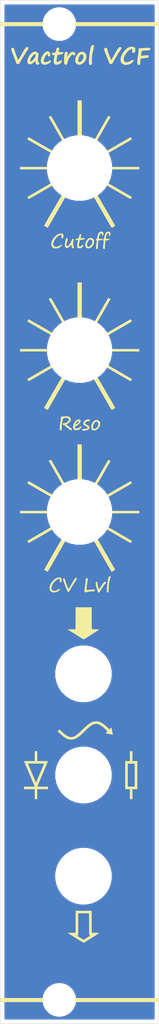
<source format=kicad_pcb>
(kicad_pcb (version 20171130) (host pcbnew "(5.1.9)-1")

  (general
    (thickness 1.6)
    (drawings 4)
    (tracks 0)
    (zones 0)
    (modules 9)
    (nets 1)
  )

  (page A4)
  (layers
    (0 F.Cu signal)
    (31 B.Cu signal)
    (32 B.Adhes user)
    (33 F.Adhes user)
    (34 B.Paste user)
    (35 F.Paste user)
    (36 B.SilkS user)
    (37 F.SilkS user)
    (38 B.Mask user)
    (39 F.Mask user)
    (40 Dwgs.User user)
    (41 Cmts.User user)
    (42 Eco1.User user)
    (43 Eco2.User user)
    (44 Edge.Cuts user)
    (45 Margin user)
    (46 B.CrtYd user)
    (47 F.CrtYd user)
    (48 B.Fab user)
    (49 F.Fab user)
  )

  (setup
    (last_trace_width 0.25)
    (trace_clearance 0.2)
    (zone_clearance 0.508)
    (zone_45_only no)
    (trace_min 0.2)
    (via_size 0.8)
    (via_drill 0.4)
    (via_min_size 0.4)
    (via_min_drill 0.3)
    (uvia_size 0.3)
    (uvia_drill 0.1)
    (uvias_allowed no)
    (uvia_min_size 0.2)
    (uvia_min_drill 0.1)
    (edge_width 0.05)
    (segment_width 0.2)
    (pcb_text_width 0.3)
    (pcb_text_size 1.5 1.5)
    (mod_edge_width 0.12)
    (mod_text_size 1 1)
    (mod_text_width 0.15)
    (pad_size 1.524 1.524)
    (pad_drill 0.762)
    (pad_to_mask_clearance 0)
    (aux_axis_origin 0 0)
    (visible_elements FEFFFF7F)
    (pcbplotparams
      (layerselection 0x010fc_ffffffff)
      (usegerberextensions false)
      (usegerberattributes true)
      (usegerberadvancedattributes true)
      (creategerberjobfile true)
      (excludeedgelayer true)
      (linewidth 0.100000)
      (plotframeref false)
      (viasonmask false)
      (mode 1)
      (useauxorigin false)
      (hpglpennumber 1)
      (hpglpenspeed 20)
      (hpglpendiameter 15.000000)
      (psnegative false)
      (psa4output false)
      (plotreference true)
      (plotvalue true)
      (plotinvisibletext false)
      (padsonsilk false)
      (subtractmaskfromsilk false)
      (outputformat 1)
      (mirror false)
      (drillshape 1)
      (scaleselection 1)
      (outputdirectory ""))
  )

  (net 0 "")

  (net_class Default "This is the default net class."
    (clearance 0.2)
    (trace_width 0.25)
    (via_dia 0.8)
    (via_drill 0.4)
    (uvia_dia 0.3)
    (uvia_drill 0.1)
  )

  (module Front:Bohrung_6.1mm locked (layer F.Cu) (tedit 60E3EDE5) (tstamp 6269A632)
    (at 10.5 109.97)
    (fp_text reference "" (at 0 0) (layer F.SilkS)
      (effects (font (size 1.27 1.27) (thickness 0.15)))
    )
    (fp_text value "" (at 0 0) (layer F.SilkS)
      (effects (font (size 1.27 1.27) (thickness 0.15)))
    )
    (pad "" np_thru_hole circle (at 0 0) (size 6.1 6.1) (drill 6.1) (layers *.Cu *.Mask))
  )

  (module Front:Bohrung_6.1mm locked (layer F.Cu) (tedit 60E3EDE5) (tstamp 6269A619)
    (at 10.5 97.27)
    (fp_text reference "" (at 0 0) (layer F.SilkS)
      (effects (font (size 1.27 1.27) (thickness 0.15)))
    )
    (fp_text value "" (at 0 0) (layer F.SilkS)
      (effects (font (size 1.27 1.27) (thickness 0.15)))
    )
    (pad "" np_thru_hole circle (at 0 0) (size 6.1 6.1) (drill 6.1) (layers *.Cu *.Mask))
  )

  (module Front:Bohrung_6.1mm locked (layer F.Cu) (tedit 60E3EDE5) (tstamp 6269A5F2)
    (at 10.5 84.57)
    (fp_text reference "" (at 0 0) (layer F.SilkS)
      (effects (font (size 1.27 1.27) (thickness 0.15)))
    )
    (fp_text value "" (at 0 0) (layer F.SilkS)
      (effects (font (size 1.27 1.27) (thickness 0.15)))
    )
    (pad "" np_thru_hole circle (at 0 0) (size 6.1 6.1) (drill 6.1) (layers *.Cu *.Mask))
  )

  (module Front:Bohrung_7.2mm locked (layer F.Cu) (tedit 60E3EDE5) (tstamp 6269A5C6)
    (at 10 64.25)
    (fp_text reference "" (at 0 0) (layer F.SilkS)
      (effects (font (size 1.27 1.27) (thickness 0.15)))
    )
    (fp_text value "" (at 0 0) (layer F.SilkS)
      (effects (font (size 1.27 1.27) (thickness 0.15)))
    )
    (pad "" np_thru_hole circle (at 0 0) (size 7.2 7.2) (drill 7.2) (layers *.Cu *.Mask))
  )

  (module Front:Bohrung_7.2mm locked (layer F.Cu) (tedit 60E3EDE5) (tstamp 6269A59E)
    (at 10 43.93)
    (fp_text reference "" (at 0 0) (layer F.SilkS)
      (effects (font (size 1.27 1.27) (thickness 0.15)))
    )
    (fp_text value "" (at 0 0) (layer F.SilkS)
      (effects (font (size 1.27 1.27) (thickness 0.15)))
    )
    (pad "" np_thru_hole circle (at 0 0) (size 7.2 7.2) (drill 7.2) (layers *.Cu *.Mask))
  )

  (module Front:Bohrung_7.2mm (layer F.Cu) (tedit 60E3EDE5) (tstamp 6269A523)
    (at 10 21.07)
    (fp_text reference "" (at 0 0) (layer F.SilkS)
      (effects (font (size 1.27 1.27) (thickness 0.15)))
    )
    (fp_text value "" (at 0 0) (layer F.SilkS)
      (effects (font (size 1.27 1.27) (thickness 0.15)))
    )
    (pad "" np_thru_hole circle (at 0 0) (size 7.2 7.2) (drill 7.2) (layers *.Cu *.Mask))
  )

  (module Front:Bohrung_3.2mm locked (layer F.Cu) (tedit 60E3EDE5) (tstamp 6269A4F7)
    (at 7.45 125.5)
    (fp_text reference "" (at 0 0) (layer F.SilkS)
      (effects (font (size 1.27 1.27) (thickness 0.15)))
    )
    (fp_text value "" (at 0 0) (layer F.SilkS)
      (effects (font (size 1.27 1.27) (thickness 0.15)))
    )
    (pad "" np_thru_hole circle (at 0 0) (size 3.2 3.2) (drill 3.2) (layers *.Cu *.Mask))
  )

  (module Front:Front locked (layer F.Cu) (tedit 0) (tstamp 6269A333)
    (at 10 64.25)
    (fp_text reference G*** (at 0 0) (layer F.SilkS) hide
      (effects (font (size 1.524 1.524) (thickness 0.3)))
    )
    (fp_text value LOGO (at 0.75 0) (layer F.SilkS) hide
      (effects (font (size 1.524 1.524) (thickness 0.3)))
    )
    (fp_poly (pts (xy -4.538725 61.27051) (xy -4.529666 61.524574) (xy -7.260166 61.52451) (xy -9.990666 61.524445)
      (xy -9.990666 61.016445) (xy -4.547783 61.016445) (xy -4.538725 61.27051)) (layer F.SilkS) (width 0.01))
    (fp_poly (pts (xy 10.018889 61.524445) (xy -0.536222 61.524445) (xy -0.536222 61.016445) (xy 10.018889 61.016445)
      (xy 10.018889 61.524445)) (layer F.SilkS) (width 0.01))
    (fp_poly (pts (xy 1.523463 50.066223) (xy 1.538111 52.817889) (xy 1.998838 52.825654) (xy 2.182265 52.829971)
      (xy 2.31402 52.836101) (xy 2.398856 52.844478) (xy 2.441529 52.855533) (xy 2.448533 52.866514)
      (xy 2.423891 52.88614) (xy 2.357612 52.931804) (xy 2.255875 52.999554) (xy 2.124861 53.085438)
      (xy 1.970749 53.185502) (xy 1.799719 53.295795) (xy 1.617952 53.412364) (xy 1.431626 53.531255)
      (xy 1.246923 53.648518) (xy 1.070022 53.760198) (xy 0.907103 53.862343) (xy 0.764345 53.951002)
      (xy 0.64793 54.022221) (xy 0.564036 54.072047) (xy 0.560258 54.074221) (xy 0.538127 54.074708)
      (xy 0.495357 54.059832) (xy 0.428301 54.02751) (xy 0.333313 53.97566) (xy 0.206746 53.9022)
      (xy 0.044954 53.805046) (xy -0.155709 53.682118) (xy -0.398891 53.531333) (xy -0.491643 53.473514)
      (xy -0.993589 53.160277) (xy -0.324161 53.160277) (xy -0.318772 53.176794) (xy -0.28603 53.205712)
      (xy -0.22104 53.25119) (xy -0.11891 53.31739) (xy 0.025254 53.408473) (xy 0.059161 53.42979)
      (xy 0.199591 53.516499) (xy 0.324635 53.590775) (xy 0.426138 53.64801) (xy 0.495945 53.683596)
      (xy 0.525308 53.693212) (xy 0.558378 53.675707) (xy 0.630963 53.633108) (xy 0.734811 53.570393)
      (xy 0.861669 53.492542) (xy 0.989861 53.412922) (xy 1.142262 53.31733) (xy 1.251346 53.247305)
      (xy 1.321908 53.198897) (xy 1.358744 53.168157) (xy 1.366649 53.151135) (xy 1.350418 53.143883)
      (xy 1.318276 53.142445) (xy 1.249148 53.138119) (xy 1.219651 53.116957) (xy 1.213158 53.066685)
      (xy 1.213146 53.064834) (xy 1.212921 53.021256) (xy 1.212437 52.927259) (xy 1.211726 52.788865)
      (xy 1.21082 52.612098) (xy 1.209748 52.402981) (xy 1.208541 52.167539) (xy 1.207231 51.911794)
      (xy 1.206091 51.689) (xy 1.199445 50.390778) (xy 0.515056 50.383221) (xy -0.169333 50.375663)
      (xy -0.169333 53.139037) (xy -0.27245 53.147797) (xy -0.307089 53.151998) (xy -0.324161 53.160277)
      (xy -0.993589 53.160277) (xy -1.497024 52.846111) (xy -0.995456 52.832) (xy -0.493889 52.817889)
      (xy -0.493889 50.066215) (xy 1.523463 50.066223)) (layer F.SilkS) (width 0.01))
    (fp_poly (pts (xy 2.511778 52.846111) (xy 2.497667 52.860223) (xy 2.483556 52.846111) (xy 2.497667 52.832)
      (xy 2.511778 52.846111)) (layer F.SilkS) (width 0.01))
    (fp_poly (pts (xy -5.334 31.270223) (xy -4.654765 31.270223) (xy -4.441713 31.270459) (xy -4.278688 31.271488)
      (xy -4.159273 31.273785) (xy -4.077051 31.27783) (xy -4.025607 31.2841) (xy -3.998522 31.293072)
      (xy -3.989381 31.305224) (xy -3.991298 31.319611) (xy -4.005034 31.353892) (xy -4.039073 31.435321)
      (xy -4.091411 31.559199) (xy -4.160046 31.720824) (xy -4.242976 31.915495) (xy -4.338199 32.138511)
      (xy -4.443711 32.385171) (xy -4.557511 32.650774) (xy -4.667501 32.907111) (xy -4.786241 33.184799)
      (xy -4.897449 33.447108) (xy -4.999245 33.689454) (xy -5.089749 33.907252) (xy -5.167081 34.095918)
      (xy -5.229362 34.250868) (xy -5.27471 34.367517) (xy -5.301247 34.441281) (xy -5.307356 34.467424)
      (xy -5.27441 34.473402) (xy -5.193211 34.478077) (xy -5.071942 34.481277) (xy -4.918782 34.482832)
      (xy -4.741913 34.48257) (xy -4.633031 34.481535) (xy -3.979286 34.473445) (xy -3.979309 34.635723)
      (xy -3.979333 34.798) (xy -5.334 34.798) (xy -5.334 36.039778) (xy -5.644444 36.039778)
      (xy -5.644444 34.798) (xy -6.999111 34.798) (xy -6.999133 34.635723) (xy -6.999156 34.473445)
      (xy -6.3218 34.481477) (xy -6.133025 34.483029) (xy -5.964503 34.483096) (xy -5.823943 34.481784)
      (xy -5.719056 34.4792) (xy -5.657554 34.475447) (xy -5.644444 34.472219) (xy -5.655235 34.443851)
      (xy -5.686319 34.368169) (xy -5.735765 34.249744) (xy -5.801642 34.093148) (xy -5.882018 33.902952)
      (xy -5.974961 33.683726) (xy -6.07854 33.440042) (xy -6.190823 33.176471) (xy -6.303735 32.911964)
      (xy -6.423057 32.632558) (xy -6.536001 32.367793) (xy -6.640571 32.122367) (xy -6.734772 31.90098)
      (xy -6.816605 31.708331) (xy -6.854226 31.619557) (xy -6.48535 31.619557) (xy -6.483719 31.633978)
      (xy -6.48239 31.63919) (xy -6.468491 31.676537) (xy -6.435556 31.757739) (xy -6.386281 31.876494)
      (xy -6.323365 32.026498) (xy -6.249502 32.20145) (xy -6.167389 32.395045) (xy -6.079723 32.600982)
      (xy -5.9892 32.812957) (xy -5.898517 33.024668) (xy -5.810371 33.229811) (xy -5.727457 33.422085)
      (xy -5.652472 33.595187) (xy -5.588113 33.742812) (xy -5.537075 33.85866) (xy -5.502057 33.936426)
      (xy -5.485753 33.969808) (xy -5.484964 33.970594) (xy -5.472953 33.944244) (xy -5.440988 33.871245)
      (xy -5.39133 33.756836) (xy -5.326241 33.606257) (xy -5.247985 33.424746) (xy -5.158822 33.217543)
      (xy -5.061016 32.989888) (xy -4.983143 32.808394) (xy -4.880238 32.567646) (xy -4.784555 32.342289)
      (xy -4.698344 32.137731) (xy -4.623856 31.959381) (xy -4.56334 31.812649) (xy -4.519046 31.702944)
      (xy -4.493225 31.635675) (xy -4.487333 31.616435) (xy -4.498428 31.606638) (xy -4.534749 31.598686)
      (xy -4.60085 31.592419) (xy -4.701286 31.587674) (xy -4.840612 31.584289) (xy -5.023381 31.582103)
      (xy -5.254147 31.580952) (xy -5.492514 31.580667) (xy -5.756912 31.580723) (xy -5.970243 31.581104)
      (xy -6.137883 31.582127) (xy -6.265211 31.58411) (xy -6.357602 31.587372) (xy -6.420435 31.592229)
      (xy -6.459086 31.599001) (xy -6.478932 31.608004) (xy -6.48535 31.619557) (xy -6.854226 31.619557)
      (xy -6.884077 31.549118) (xy -6.935189 31.42804) (xy -6.967947 31.349798) (xy -6.980183 31.319611)
      (xy -6.982345 31.304088) (xy -6.972396 31.292198) (xy -6.94392 31.283459) (xy -6.890502 31.277392)
      (xy -6.805726 31.273515) (xy -6.683176 31.271349) (xy -6.516436 31.270412) (xy -6.320892 31.270223)
      (xy -5.644444 31.270223) (xy -5.644444 30.028445) (xy -5.334 30.028445) (xy -5.334 31.270223)) (layer F.SilkS) (width 0.01))
    (fp_poly (pts (xy 6.666451 30.649308) (xy 6.658346 31.270223) (xy 7.281334 31.270223) (xy 7.281334 34.798)
      (xy 6.658346 34.798) (xy 6.666451 35.418915) (xy 6.674556 36.039829) (xy 6.512278 36.039803)
      (xy 6.35 36.039778) (xy 6.35 34.798) (xy 5.757334 34.798) (xy 5.757334 33.783371)
      (xy 6.07279 33.783371) (xy 6.073331 33.99441) (xy 6.074395 34.172176) (xy 6.075956 34.311145)
      (xy 6.077989 34.405788) (xy 6.080471 34.450579) (xy 6.080998 34.453016) (xy 6.10045 34.46736)
      (xy 6.150313 34.476886) (xy 6.237263 34.48202) (xy 6.367975 34.483184) (xy 6.525787 34.481239)
      (xy 6.956778 34.473445) (xy 6.956778 31.594778) (xy 6.081889 31.594778) (xy 6.074545 33.005889)
      (xy 6.073372 33.283584) (xy 6.072796 33.544587) (xy 6.07279 33.783371) (xy 5.757334 33.783371)
      (xy 5.757334 31.270223) (xy 6.35 31.270223) (xy 6.35 30.028445) (xy 6.512278 30.028419)
      (xy 6.674556 30.028394) (xy 6.666451 30.649308)) (layer F.SilkS) (width 0.01))
    (fp_poly (pts (xy 2.279319 26.288866) (xy 2.466774 26.330872) (xy 2.656526 26.404706) (xy 2.85429 26.5135)
      (xy 3.06578 26.660381) (xy 3.296711 26.84848) (xy 3.544012 27.072634) (xy 3.771913 27.287473)
      (xy 3.888766 27.17062) (xy 3.952759 27.110334) (xy 3.999653 27.073056) (xy 4.016841 27.066495)
      (xy 4.02502 27.095896) (xy 4.041342 27.168905) (xy 4.06354 27.274131) (xy 4.089347 27.400185)
      (xy 4.116497 27.535677) (xy 4.142722 27.669219) (xy 4.165755 27.789421) (xy 4.18333 27.884894)
      (xy 4.193181 27.944247) (xy 4.19431 27.958165) (xy 4.166655 27.955115) (xy 4.095108 27.942757)
      (xy 3.991024 27.923353) (xy 3.865757 27.899164) (xy 3.730663 27.872451) (xy 3.597095 27.845478)
      (xy 3.476408 27.820505) (xy 3.379956 27.799794) (xy 3.319094 27.785607) (xy 3.30376 27.78078)
      (xy 3.315229 27.756547) (xy 3.357466 27.704861) (xy 3.411004 27.647625) (xy 3.530599 27.525767)
      (xy 3.268502 27.276347) (xy 3.056867 27.082595) (xy 2.86917 26.928103) (xy 2.696531 26.806209)
      (xy 2.530071 26.710247) (xy 2.483556 26.687211) (xy 2.370171 26.637911) (xy 2.273121 26.611178)
      (xy 2.164024 26.600722) (xy 2.088445 26.59963) (xy 1.956897 26.60767) (xy 1.828336 26.633753)
      (xy 1.697605 26.681176) (xy 1.559548 26.753237) (xy 1.409007 26.853234) (xy 1.240825 26.984464)
      (xy 1.049846 27.150225) (xy 0.830912 27.353814) (xy 0.677334 27.501985) (xy 0.444611 27.726453)
      (xy 0.244428 27.913473) (xy 0.071253 28.06727) (xy -0.080445 28.192068) (xy -0.216199 28.292092)
      (xy -0.34154 28.371567) (xy -0.461999 28.434717) (xy -0.583107 28.485767) (xy -0.635468 28.504606)
      (xy -0.764908 28.539167) (xy -0.915427 28.564383) (xy -1.065575 28.577891) (xy -1.193906 28.577334)
      (xy -1.241778 28.571316) (xy -1.445025 28.515382) (xy -1.65906 28.427079) (xy -1.85819 28.317111)
      (xy -1.869526 28.309782) (xy -1.955091 28.248806) (xy -2.064192 28.163593) (xy -2.187759 28.062067)
      (xy -2.316719 27.952151) (xy -2.442001 27.841767) (xy -2.554536 27.738838) (xy -2.64525 27.651286)
      (xy -2.705074 27.587034) (xy -2.720079 27.566915) (xy -2.73108 27.528757) (xy -2.710674 27.483697)
      (xy -2.653722 27.418748) (xy -2.592628 27.36077) (xy -2.545339 27.324843) (xy -2.531093 27.319111)
      (xy -2.501684 27.337539) (xy -2.440667 27.387757) (xy -2.356861 27.462165) (xy -2.259088 27.553166)
      (xy -2.255873 27.556223) (xy -1.99867 27.788441) (xy -1.764813 27.97245) (xy -1.551162 28.109884)
      (xy -1.354576 28.202378) (xy -1.171915 28.251566) (xy -1.000037 28.259082) (xy -0.924367 28.249117)
      (xy -0.805278 28.220566) (xy -0.687841 28.178107) (xy -0.566817 28.117992) (xy -0.436973 28.036477)
      (xy -0.29307 27.929814) (xy -0.129874 27.794257) (xy 0.057853 27.62606) (xy 0.275346 27.421476)
      (xy 0.399078 27.302248) (xy 0.553238 27.154418) (xy 0.705574 27.011329) (xy 0.847942 26.880409)
      (xy 0.9722 26.769084) (xy 1.070202 26.684781) (xy 1.119089 26.645621) (xy 1.364186 26.480932)
      (xy 1.599313 26.366484) (xy 1.832767 26.299109) (xy 2.072844 26.27564) (xy 2.088445 26.275559)
      (xy 2.279319 26.288866)) (layer F.SilkS) (width 0.01))
    (fp_poly (pts (xy 1.523463 11.966223) (xy 1.538111 14.717889) (xy 1.998838 14.725654) (xy 2.179014 14.729768)
      (xy 2.308402 14.735471) (xy 2.392645 14.743295) (xy 2.437388 14.753773) (xy 2.448278 14.767435)
      (xy 2.448112 14.767987) (xy 2.423373 14.787854) (xy 2.356943 14.833724) (xy 2.254981 14.90166)
      (xy 2.123646 14.987728) (xy 1.9691 15.087993) (xy 1.797501 15.19852) (xy 1.615009 15.315373)
      (xy 1.427783 15.434617) (xy 1.241985 15.552317) (xy 1.063772 15.664539) (xy 0.899306 15.767347)
      (xy 0.754745 15.856805) (xy 0.636249 15.928979) (xy 0.560905 15.973633) (xy 0.530727 15.976729)
      (xy 0.47808 15.959761) (xy 0.396963 15.919767) (xy 0.281375 15.853785) (xy 0.125314 15.758853)
      (xy 0.123461 15.757705) (xy -0.021685 15.667582) (xy -0.161766 15.580196) (xy -0.284504 15.503235)
      (xy -0.377622 15.444386) (xy -0.409222 15.424165) (xy -0.478204 15.380257) (xy -0.58476 15.31316)
      (xy -0.71847 15.2294) (xy -0.868919 15.135503) (xy -1.023061 15.039627) (xy -1.495789 14.746111)
      (xy -0.493889 14.717889) (xy -0.493889 11.966215) (xy 1.523463 11.966223)) (layer F.SilkS) (width 0.01))
    (fp_poly (pts (xy 2.511778 14.746111) (xy 2.497667 14.760223) (xy 2.483556 14.746111) (xy 2.497667 14.732)
      (xy 2.511778 14.746111)) (layer F.SilkS) (width 0.01))
    (fp_poly (pts (xy 3.306443 8.785819) (xy 3.33347 8.826895) (xy 3.339885 8.867832) (xy 3.322547 8.912024)
      (xy 3.274418 8.9719) (xy 3.218463 9.029976) (xy 3.085616 9.181342) (xy 2.938295 9.382044)
      (xy 2.77953 9.627756) (xy 2.668789 9.814496) (xy 2.574325 9.965767) (xy 2.49251 10.069756)
      (xy 2.425448 10.124016) (xy 2.396065 10.131778) (xy 2.365084 10.112682) (xy 2.340491 10.08709)
      (xy 2.307084 10.02702) (xy 2.299247 9.995368) (xy 2.289143 9.952248) (xy 2.264369 9.867054)
      (xy 2.22839 9.751163) (xy 2.184669 9.615954) (xy 2.173259 9.581445) (xy 2.118683 9.410237)
      (xy 2.082188 9.276237) (xy 2.060535 9.16439) (xy 2.050486 9.059642) (xy 2.048769 9.002889)
      (xy 2.046111 8.791223) (xy 2.243667 8.791223) (xy 2.261476 8.990426) (xy 2.276529 9.09653)
      (xy 2.303129 9.227347) (xy 2.33721 9.367545) (xy 2.374707 9.50179) (xy 2.411555 9.614751)
      (xy 2.443688 9.691094) (xy 2.45019 9.702177) (xy 2.473835 9.702842) (xy 2.515837 9.656994)
      (xy 2.578173 9.562337) (xy 2.595937 9.532844) (xy 2.740587 9.29502) (xy 2.863671 9.104931)
      (xy 2.967849 8.959331) (xy 3.055778 8.854973) (xy 3.130116 8.78861) (xy 3.193523 8.756995)
      (xy 3.233664 8.753897) (xy 3.306443 8.785819)) (layer F.SilkS) (width 0.01))
    (fp_poly (pts (xy -2.478295 8.222471) (xy -2.361705 8.26786) (xy -2.28211 8.351623) (xy -2.242612 8.471781)
      (xy -2.244651 8.614937) (xy -2.262848 8.70406) (xy -2.293974 8.757259) (xy -2.347735 8.793959)
      (xy -2.428581 8.826565) (xy -2.478778 8.820508) (xy -2.502408 8.771271) (xy -2.503552 8.674342)
      (xy -2.499193 8.626414) (xy -2.491106 8.521807) (xy -2.495771 8.457993) (xy -2.514857 8.420417)
      (xy -2.523799 8.411957) (xy -2.591214 8.39066) (xy -2.684251 8.409702) (xy -2.795759 8.463469)
      (xy -2.918582 8.546346) (xy -3.045567 8.65272) (xy -3.169561 8.776977) (xy -3.283408 8.913502)
      (xy -3.379957 9.056683) (xy -3.407217 9.105217) (xy -3.498515 9.310297) (xy -3.540145 9.488796)
      (xy -3.532108 9.640945) (xy -3.474405 9.766978) (xy -3.410839 9.834521) (xy -3.301647 9.890736)
      (xy -3.164262 9.904188) (xy -3.005886 9.876084) (xy -2.833718 9.80763) (xy -2.669848 9.710404)
      (xy -2.569115 9.653998) (xy -2.497056 9.637966) (xy -2.459015 9.658253) (xy -2.460338 9.710807)
      (xy -2.506369 9.791574) (xy -2.527631 9.818258) (xy -2.643262 9.919953) (xy -2.794683 10.002089)
      (xy -2.967036 10.061038) (xy -3.145465 10.093176) (xy -3.315111 10.094877) (xy -3.461119 10.062516)
      (xy -3.485444 10.051988) (xy -3.628128 9.958125) (xy -3.724548 9.834162) (xy -3.775125 9.678941)
      (xy -3.780278 9.491299) (xy -3.751865 9.31657) (xy -3.685424 9.123479) (xy -3.578731 8.926362)
      (xy -3.440964 8.735566) (xy -3.2813 8.561438) (xy -3.108916 8.414324) (xy -2.932988 8.304571)
      (xy -2.810044 8.254722) (xy -2.628776 8.217433) (xy -2.478295 8.222471)) (layer F.SilkS) (width 0.01))
    (fp_poly (pts (xy 0.954379 8.303781) (xy 1.014422 8.337835) (xy 1.016193 8.339899) (xy 1.029433 8.368241)
      (xy 1.033861 8.417126) (xy 1.028964 8.495512) (xy 1.014231 8.612357) (xy 0.992395 8.756177)
      (xy 0.960274 8.968449) (xy 0.932282 9.171436) (xy 0.909224 9.357546) (xy 0.891905 9.519188)
      (xy 0.881128 9.648771) (xy 0.8777 9.738704) (xy 0.882425 9.781397) (xy 0.88354 9.782947)
      (xy 0.916809 9.78688) (xy 0.99667 9.785425) (xy 1.113578 9.779078) (xy 1.257989 9.768333)
      (xy 1.387698 9.756827) (xy 1.547666 9.742599) (xy 1.688132 9.731865) (xy 1.799452 9.72522)
      (xy 1.871982 9.723259) (xy 1.895596 9.725465) (xy 1.915247 9.765419) (xy 1.917428 9.831724)
      (xy 1.903507 9.897526) (xy 1.885245 9.928578) (xy 1.837031 9.946464) (xy 1.7371 9.958043)
      (xy 1.589876 9.962836) (xy 1.567745 9.962935) (xy 1.416974 9.966521) (xy 1.276502 9.978374)
      (xy 1.129059 10.000972) (xy 0.957379 10.036793) (xy 0.812405 10.07134) (xy 0.719528 10.082912)
      (xy 0.660711 10.062876) (xy 0.640257 10.045006) (xy 0.626458 10.020908) (xy 0.619477 9.982801)
      (xy 0.619479 9.922907) (xy 0.626627 9.833444) (xy 0.641087 9.706634) (xy 0.663021 9.534695)
      (xy 0.673542 9.454445) (xy 0.69722 9.268793) (xy 0.721348 9.069943) (xy 0.743376 8.879491)
      (xy 0.760756 8.719038) (xy 0.763451 8.692445) (xy 0.778714 8.560488) (xy 0.795659 8.447827)
      (xy 0.812115 8.367211) (xy 0.824699 8.332611) (xy 0.88151 8.301674) (xy 0.954379 8.303781)) (layer F.SilkS) (width 0.01))
    (fp_poly (pts (xy 3.889271 8.067923) (xy 3.894633 8.127552) (xy 3.894667 8.140771) (xy 3.887519 8.204867)
      (xy 3.867929 8.310035) (xy 3.838676 8.442993) (xy 3.80254 8.590458) (xy 3.792398 8.629392)
      (xy 3.753547 8.78071) (xy 3.725516 8.904485) (xy 3.706203 9.01668) (xy 3.693506 9.133253)
      (xy 3.685324 9.270166) (xy 3.679555 9.443379) (xy 3.67818 9.496778) (xy 3.673441 9.660073)
      (xy 3.667914 9.807294) (xy 3.662104 9.927591) (xy 3.656515 10.010116) (xy 3.652911 10.040056)
      (xy 3.619822 10.089273) (xy 3.562735 10.104434) (xy 3.503461 10.084464) (xy 3.472326 10.048967)
      (xy 3.453934 9.978461) (xy 3.445563 9.861463) (xy 3.446298 9.706859) (xy 3.455222 9.523531)
      (xy 3.47142 9.320363) (xy 3.493976 9.106238) (xy 3.521975 8.890041) (xy 3.5545 8.680655)
      (xy 3.590636 8.486963) (xy 3.629466 8.31785) (xy 3.662494 8.204296) (xy 3.694227 8.118558)
      (xy 3.724582 8.073138) (xy 3.766455 8.05374) (xy 3.802945 8.048601) (xy 3.863871 8.046795)
      (xy 3.889271 8.067923)) (layer F.SilkS) (width 0.01))
    (fp_poly (pts (xy -0.362471 8.281849) (xy -0.339931 8.32225) (xy -0.35391 8.393594) (xy -0.405115 8.499163)
      (xy -0.494251 8.642239) (xy -0.504326 8.657317) (xy -0.579835 8.772207) (xy -0.668971 8.911673)
      (xy -0.766705 9.067437) (xy -0.868005 9.231219) (xy -0.967842 9.39474) (xy -1.061183 9.549723)
      (xy -1.142999 9.687887) (xy -1.208259 9.800955) (xy -1.251932 9.880647) (xy -1.267229 9.912824)
      (xy -1.315651 9.976055) (xy -1.381127 10.014046) (xy -1.445078 10.030114) (xy -1.483697 10.014655)
      (xy -1.509762 9.980711) (xy -1.536638 9.928733) (xy -1.578427 9.834475) (xy -1.631818 9.70658)
      (xy -1.693502 9.553693) (xy -1.760169 9.384457) (xy -1.828512 9.207516) (xy -1.895219 9.031513)
      (xy -1.956982 8.865093) (xy -2.010491 8.716899) (xy -2.052438 8.595575) (xy -2.079512 8.509764)
      (xy -2.088444 8.469224) (xy -2.068227 8.381394) (xy -2.009979 8.333479) (xy -1.959224 8.325556)
      (xy -1.932149 8.327446) (xy -1.910082 8.338479) (xy -1.889166 8.366701) (xy -1.865544 8.420159)
      (xy -1.83536 8.506897) (xy -1.794755 8.634961) (xy -1.765299 8.730088) (xy -1.725201 8.851203)
      (xy -1.675061 8.989653) (xy -1.618865 9.135872) (xy -1.5606 9.280294) (xy -1.50425 9.413352)
      (xy -1.453803 9.52548) (xy -1.413245 9.607113) (xy -1.38656 9.648684) (xy -1.381148 9.652)
      (xy -1.362328 9.634691) (xy -1.324174 9.581273) (xy -1.265319 9.489515) (xy -1.184395 9.357183)
      (xy -1.080035 9.182044) (xy -0.950871 8.961866) (xy -0.808705 8.717165) (xy -0.710052 8.551264)
      (xy -0.630886 8.430009) (xy -0.565944 8.347321) (xy -0.50996 8.297117) (xy -0.45767 8.273318)
      (xy -0.420824 8.269111) (xy -0.362471 8.281849)) (layer F.SilkS) (width 0.01))
    (fp_poly (pts (xy -2.234287 3.446035) (xy -2.16897 3.473837) (xy -2.084794 3.518556) (xy -1.995195 3.572106)
      (xy -1.913606 3.626401) (xy -1.853464 3.673355) (xy -1.828202 3.704883) (xy -1.828197 3.707523)
      (xy -1.843058 3.737282) (xy -1.883594 3.81125) (xy -1.947153 3.924817) (xy -2.03108 4.073371)
      (xy -2.13272 4.252303) (xy -2.24942 4.457001) (xy -2.378524 4.682856) (xy -2.51738 4.925257)
      (xy -2.663331 5.179593) (xy -2.813724 5.441254) (xy -2.965906 5.705629) (xy -3.11722 5.968108)
      (xy -3.265014 6.22408) (xy -3.406632 6.468935) (xy -3.539421 6.698062) (xy -3.660726 6.906851)
      (xy -3.767893 7.09069) (xy -3.858268 7.244971) (xy -3.929196 7.365081) (xy -3.978023 7.446411)
      (xy -4.002094 7.48435) (xy -4.003637 7.48626) (xy -4.038788 7.486559) (xy -4.104565 7.463287)
      (xy -4.150578 7.440713) (xy -4.289352 7.364627) (xy -4.383118 7.309817) (xy -4.43755 7.272708)
      (xy -4.458317 7.249727) (xy -4.458933 7.246392) (xy -4.445245 7.21988) (xy -4.405883 7.149086)
      (xy -4.343472 7.038565) (xy -4.260638 6.892873) (xy -4.160005 6.716565) (xy -4.044198 6.514196)
      (xy -3.915844 6.290322) (xy -3.777566 6.049499) (xy -3.631989 5.796281) (xy -3.48174 5.535225)
      (xy -3.329444 5.270885) (xy -3.177724 5.007818) (xy -3.029208 4.750578) (xy -2.886518 4.503722)
      (xy -2.752282 4.271804) (xy -2.629124 4.05938) (xy -2.519669 3.871006) (xy -2.426542 3.711237)
      (xy -2.352368 3.584628) (xy -2.299773 3.495735) (xy -2.271382 3.449113) (xy -2.26731 3.443236)
      (xy -2.234287 3.446035)) (layer F.SilkS) (width 0.01))
    (fp_poly (pts (xy 2.296789 3.444492) (xy 2.3145 3.472292) (xy 2.357489 3.544254) (xy 2.423128 3.655821)
      (xy 2.508792 3.802436) (xy 2.611855 3.97954) (xy 2.729692 4.182577) (xy 2.859677 4.406987)
      (xy 2.999183 4.648214) (xy 3.145585 4.9017) (xy 3.296258 5.162887) (xy 3.448575 5.427218)
      (xy 3.599912 5.690134) (xy 3.747641 5.947077) (xy 3.889137 6.193491) (xy 4.021776 6.424817)
      (xy 4.142929 6.636498) (xy 4.249973 6.823976) (xy 4.340282 6.982693) (xy 4.411228 7.108091)
      (xy 4.460188 7.195613) (xy 4.484534 7.240701) (xy 4.486793 7.245848) (xy 4.463959 7.268382)
      (xy 4.405319 7.309077) (xy 4.324856 7.359506) (xy 4.23655 7.41124) (xy 4.154387 7.455851)
      (xy 4.092348 7.484911) (xy 4.086585 7.487073) (xy 4.040085 7.48108) (xy 3.990696 7.425641)
      (xy 3.98333 7.413959) (xy 3.940386 7.342317) (xy 3.874826 7.230924) (xy 3.789307 7.084414)
      (xy 3.686487 6.907415) (xy 3.569023 6.70456) (xy 3.439572 6.480479) (xy 3.300792 6.239804)
      (xy 3.155339 5.987166) (xy 3.00587 5.727194) (xy 2.855044 5.464521) (xy 2.705516 5.203778)
      (xy 2.559945 4.949595) (xy 2.420987 4.706603) (xy 2.2913 4.479434) (xy 2.173541 4.272719)
      (xy 2.070367 4.091088) (xy 1.984435 3.939172) (xy 1.918403 3.821603) (xy 1.874927 3.743011)
      (xy 1.856665 3.708028) (xy 1.856274 3.706888) (xy 1.875828 3.677959) (xy 1.932211 3.632728)
      (xy 2.011942 3.579227) (xy 2.10154 3.525485) (xy 2.187524 3.479532) (xy 2.256414 3.449398)
      (xy 2.29473 3.443113) (xy 2.296789 3.444492)) (layer F.SilkS) (width 0.01))
    (fp_poly (pts (xy -3.60722 1.943903) (xy -3.57131 1.98445) (xy -3.527694 2.050789) (xy -3.484972 2.126982)
      (xy -3.463138 2.184206) (xy -3.464231 2.205061) (xy -3.494116 2.224692) (xy -3.567406 2.268979)
      (xy -3.678892 2.33493) (xy -3.823361 2.41955) (xy -3.995602 2.519845) (xy -4.190404 2.632821)
      (xy -4.402554 2.755486) (xy -4.626841 2.884844) (xy -4.858055 3.017903) (xy -5.090982 3.151668)
      (xy -5.320412 3.283145) (xy -5.541133 3.409341) (xy -5.747933 3.527262) (xy -5.935601 3.633913)
      (xy -6.098925 3.726302) (xy -6.232694 3.801435) (xy -6.331697 3.856317) (xy -6.390721 3.887954)
      (xy -6.405447 3.894667) (xy -6.432907 3.871516) (xy -6.473331 3.811996) (xy -6.50263 3.758671)
      (xy -6.571544 3.622676) (xy -5.158037 2.806171) (xy -4.897832 2.655899) (xy -4.650865 2.513336)
      (xy -4.42171 2.381119) (xy -4.21494 2.261883) (xy -4.035129 2.158264) (xy -3.886849 2.072897)
      (xy -3.774674 2.008419) (xy -3.703177 1.967464) (xy -3.67845 1.953468) (xy -3.638576 1.936389)
      (xy -3.60722 1.943903)) (layer F.SilkS) (width 0.01))
    (fp_poly (pts (xy 4.166926 2.218897) (xy 4.622564 2.481357) (xy 5.029505 2.715849) (xy 5.387718 2.922357)
      (xy 5.697176 3.100863) (xy 5.957848 3.251352) (xy 6.169705 3.373805) (xy 6.332717 3.468206)
      (xy 6.446856 3.534539) (xy 6.512092 3.572785) (xy 6.525985 3.581136) (xy 6.603193 3.628938)
      (xy 6.535998 3.754747) (xy 6.490198 3.828377) (xy 6.447946 3.87657) (xy 6.430568 3.886374)
      (xy 6.39976 3.873651) (xy 6.324669 3.834963) (xy 6.209753 3.772807) (xy 6.059472 3.689681)
      (xy 5.878285 3.588082) (xy 5.670652 3.470507) (xy 5.441031 3.339454) (xy 5.193881 3.19742)
      (xy 4.990015 3.079581) (xy 4.731181 2.929484) (xy 4.485828 2.786995) (xy 4.258513 2.654776)
      (xy 4.053795 2.535486) (xy 3.876231 2.431788) (xy 3.730378 2.346341) (xy 3.620793 2.281806)
      (xy 3.552034 2.240844) (xy 3.529856 2.227096) (xy 3.49845 2.202462) (xy 3.490004 2.176606)
      (xy 3.506854 2.134517) (xy 3.55134 2.061186) (xy 3.557127 2.051987) (xy 3.606452 1.98068)
      (xy 3.645801 1.936433) (xy 3.66262 1.928487) (xy 4.166926 2.218897)) (layer F.SilkS) (width 0.01))
    (fp_poly (pts (xy -4.092222 0.169334) (xy -7.507111 0.169334) (xy -7.507111 -0.141111) (xy -4.092222 -0.141111)
      (xy -4.092222 0.169334)) (layer F.SilkS) (width 0.01))
    (fp_poly (pts (xy 7.535334 0.169334) (xy 4.120445 0.169334) (xy 4.120445 -0.141111) (xy 7.535334 -0.141111)
      (xy 7.535334 0.169334)) (layer F.SilkS) (width 0.01))
    (fp_poly (pts (xy -6.377962 -3.852833) (xy -6.306851 -3.813997) (xy -6.197328 -3.752932) (xy -6.05463 -3.672633)
      (xy -5.883994 -3.576095) (xy -5.690656 -3.466314) (xy -5.479851 -3.346285) (xy -5.256816 -3.219003)
      (xy -5.026788 -3.087465) (xy -4.795001 -2.954666) (xy -4.566693 -2.8236) (xy -4.3471 -2.697264)
      (xy -4.141458 -2.578652) (xy -3.955003 -2.470761) (xy -3.792972 -2.376585) (xy -3.6606 -2.299121)
      (xy -3.563124 -2.241363) (xy -3.534453 -2.224069) (xy -3.442351 -2.168037) (xy -3.505275 -2.056078)
      (xy -3.549743 -1.98275) (xy -3.587376 -1.930363) (xy -3.597421 -1.919868) (xy -3.627648 -1.928724)
      (xy -3.703824 -1.964939) (xy -3.823344 -2.02708) (xy -3.983608 -2.113719) (xy -4.182011 -2.223424)
      (xy -4.415951 -2.354765) (xy -4.682826 -2.506311) (xy -4.980032 -2.676632) (xy -5.099015 -2.74519)
      (xy -6.571387 -3.594764) (xy -6.502551 -3.730604) (xy -6.459411 -3.806223) (xy -6.422027 -3.85554)
      (xy -6.405427 -3.866444) (xy -6.377962 -3.852833)) (layer F.SilkS) (width 0.01))
    (fp_poly (pts (xy 6.470118 -3.830901) (xy 6.512057 -3.768444) (xy 6.536522 -3.725364) (xy 6.603193 -3.600715)
      (xy 6.525985 -3.552914) (xy 6.484117 -3.528088) (xy 6.393332 -3.475168) (xy 6.253659 -3.394172)
      (xy 6.065128 -3.285115) (xy 5.827767 -3.148014) (xy 5.541608 -2.982888) (xy 5.206678 -2.789752)
      (xy 4.823007 -2.568624) (xy 4.390624 -2.31952) (xy 3.909559 -2.042457) (xy 3.66262 -1.900264)
      (xy 3.638053 -1.915625) (xy 3.595703 -1.967515) (xy 3.558117 -2.023684) (xy 3.515597 -2.100241)
      (xy 3.493334 -2.157307) (xy 3.493831 -2.177935) (xy 3.526177 -2.199753) (xy 3.601634 -2.245788)
      (xy 3.714999 -2.313074) (xy 3.861071 -2.398641) (xy 4.034648 -2.499522) (xy 4.230528 -2.612749)
      (xy 4.443511 -2.735353) (xy 4.668393 -2.864368) (xy 4.899974 -2.996824) (xy 5.133051 -3.129754)
      (xy 5.362424 -3.26019) (xy 5.58289 -3.385163) (xy 5.789248 -3.501707) (xy 5.976297 -3.606852)
      (xy 6.138833 -3.697632) (xy 6.271657 -3.771077) (xy 6.369566 -3.82422) (xy 6.427358 -3.854093)
      (xy 6.441092 -3.859599) (xy 6.470118 -3.830901)) (layer F.SilkS) (width 0.01))
    (fp_poly (pts (xy -3.586018 -6.532019) (xy -3.562128 -6.49773) (xy -3.514206 -6.420442) (xy -3.445251 -6.305415)
      (xy -3.358263 -6.157909) (xy -3.256243 -5.983183) (xy -3.142192 -5.786496) (xy -3.019109 -5.573107)
      (xy -2.889994 -5.348277) (xy -2.757849 -5.117264) (xy -2.625672 -4.885328) (xy -2.496466 -4.657728)
      (xy -2.373229 -4.439723) (xy -2.258963 -4.236574) (xy -2.156667 -4.053539) (xy -2.069341 -3.895878)
      (xy -1.999987 -3.76885) (xy -1.951604 -3.677714) (xy -1.927192 -3.627731) (xy -1.924835 -3.620025)
      (xy -1.952607 -3.58215) (xy -2.013376 -3.533323) (xy -2.049472 -3.510282) (xy -2.165723 -3.441743)
      (xy -2.207262 -3.505927) (xy -2.241556 -3.561659) (xy -2.298675 -3.657742) (xy -2.375617 -3.788934)
      (xy -2.469379 -3.949988) (xy -2.576957 -4.135662) (xy -2.695349 -4.340709) (xy -2.821552 -4.559886)
      (xy -2.952563 -4.787949) (xy -3.085378 -5.019653) (xy -3.216996 -5.249753) (xy -3.344412 -5.473005)
      (xy -3.464624 -5.684165) (xy -3.574629 -5.877988) (xy -3.671423 -6.049229) (xy -3.752005 -6.192645)
      (xy -3.813371 -6.302991) (xy -3.852518 -6.375023) (xy -3.866443 -6.403495) (xy -3.866444 -6.403547)
      (xy -3.842782 -6.436153) (xy -3.784501 -6.474423) (xy -3.710663 -6.509623) (xy -3.640329 -6.533021)
      (xy -3.59256 -6.535885) (xy -3.586018 -6.532019)) (layer F.SilkS) (width 0.01))
    (fp_poly (pts (xy 3.718794 -6.517458) (xy 3.793528 -6.484582) (xy 3.857868 -6.446285) (xy 3.892765 -6.4113)
      (xy 3.894667 -6.403536) (xy 3.880998 -6.374485) (xy 3.841996 -6.30186) (xy 3.780667 -6.190902)
      (xy 3.700016 -6.046853) (xy 3.60305 -5.874952) (xy 3.492774 -5.680442) (xy 3.372195 -5.468562)
      (xy 3.244318 -5.244554) (xy 3.112149 -5.01366) (xy 2.978695 -4.781118) (xy 2.846962 -4.552172)
      (xy 2.719954 -4.33206) (xy 2.600679 -4.126025) (xy 2.492143 -3.939308) (xy 2.39735 -3.777148)
      (xy 2.319308 -3.644788) (xy 2.261022 -3.547467) (xy 2.225498 -3.490428) (xy 2.216806 -3.478186)
      (xy 2.187466 -3.463666) (xy 2.139988 -3.476572) (xy 2.06209 -3.520576) (xy 2.050484 -3.527887)
      (xy 1.979737 -3.577413) (xy 1.93629 -3.617013) (xy 1.928994 -3.633923) (xy 1.945074 -3.66152)
      (xy 1.986854 -3.733629) (xy 2.051807 -3.845881) (xy 2.137408 -3.993907) (xy 2.241131 -4.173339)
      (xy 2.360451 -4.379807) (xy 2.492843 -4.608943) (xy 2.635779 -4.856377) (xy 2.764939 -5.08)
      (xy 2.915255 -5.339958) (xy 3.057601 -5.585526) (xy 3.189404 -5.812308) (xy 3.308092 -6.015906)
      (xy 3.411091 -6.191922) (xy 3.495831 -6.335958) (xy 3.559738 -6.443618) (xy 3.60024 -6.510504)
      (xy 3.614348 -6.532019) (xy 3.652717 -6.536181) (xy 3.718794 -6.517458)) (layer F.SilkS) (width 0.01))
    (fp_poly (pts (xy 0.282222 -4.096095) (xy -0.254126 -4.078111) (xy -0.254 -8.494889) (xy 0.282222 -8.494889)
      (xy 0.282222 -4.096095)) (layer F.SilkS) (width 0.01))
    (fp_poly (pts (xy 1.228037 -11.62104) (xy 1.237298 -11.616213) (xy 1.268108 -11.569361) (xy 1.277654 -11.49869)
      (xy 1.263891 -11.433454) (xy 1.251326 -11.415357) (xy 1.202215 -11.390325) (xy 1.139026 -11.403289)
      (xy 1.085752 -11.414145) (xy 1.023535 -11.402688) (xy 0.935105 -11.365111) (xy 0.910174 -11.352838)
      (xy 0.819831 -11.301403) (xy 0.747176 -11.248807) (xy 0.715142 -11.215714) (xy 0.692424 -11.167212)
      (xy 0.705056 -11.123053) (xy 0.730304 -11.088048) (xy 0.780615 -11.041896) (xy 0.864852 -10.981944)
      (xy 0.966512 -10.919744) (xy 0.987222 -10.908193) (xy 1.123858 -10.824276) (xy 1.210865 -10.746281)
      (xy 1.253394 -10.666516) (xy 1.256596 -10.577293) (xy 1.244328 -10.524272) (xy 1.199214 -10.434763)
      (xy 1.118528 -10.362129) (xy 0.99457 -10.300864) (xy 0.876822 -10.261468) (xy 0.751428 -10.233354)
      (xy 0.623011 -10.218993) (xy 0.506241 -10.218507) (xy 0.415791 -10.23202) (xy 0.368178 -10.257224)
      (xy 0.344708 -10.316582) (xy 0.343556 -10.363057) (xy 0.351799 -10.395337) (xy 0.373196 -10.41499)
      (xy 0.419647 -10.425464) (xy 0.503051 -10.430204) (xy 0.58102 -10.431815) (xy 0.743466 -10.441778)
      (xy 0.870886 -10.467941) (xy 0.945003 -10.495563) (xy 1.022975 -10.53143) (xy 1.057151 -10.555966)
      (xy 1.055394 -10.580586) (xy 1.027205 -10.61489) (xy 0.97314 -10.659602) (xy 0.88858 -10.714028)
      (xy 0.815595 -10.754036) (xy 0.66683 -10.836186) (xy 0.565966 -10.910322) (xy 0.506396 -10.98309)
      (xy 0.481515 -11.06114) (xy 0.479778 -11.092005) (xy 0.497297 -11.233196) (xy 0.55361 -11.351511)
      (xy 0.65435 -11.45453) (xy 0.805147 -11.549835) (xy 0.829203 -11.562298) (xy 0.933229 -11.602519)
      (xy 1.047225 -11.627413) (xy 1.151919 -11.634436) (xy 1.228037 -11.62104)) (layer F.SilkS) (width 0.01))
    (fp_poly (pts (xy 2.232492 -11.537689) (xy 2.366158 -11.495005) (xy 2.473577 -11.417733) (xy 2.526028 -11.345064)
      (xy 2.583454 -11.17496) (xy 2.59009 -10.993221) (xy 2.547671 -10.808883) (xy 2.457931 -10.630978)
      (xy 2.366367 -10.513445) (xy 2.210824 -10.367748) (xy 2.058416 -10.276255) (xy 1.905062 -10.237186)
      (xy 1.75499 -10.246967) (xy 1.630908 -10.298829) (xy 1.541233 -10.393077) (xy 1.488062 -10.525816)
      (xy 1.478549 -10.635063) (xy 1.694371 -10.635063) (xy 1.700565 -10.572249) (xy 1.723316 -10.526561)
      (xy 1.760687 -10.485192) (xy 1.816114 -10.440308) (xy 1.872026 -10.42679) (xy 1.944482 -10.444725)
      (xy 2.034866 -10.486689) (xy 2.118606 -10.547323) (xy 2.208377 -10.63991) (xy 2.287132 -10.744897)
      (xy 2.331864 -10.827319) (xy 2.3679 -10.961722) (xy 2.36707 -11.09059) (xy 2.333487 -11.203345)
      (xy 2.271264 -11.289408) (xy 2.184516 -11.338201) (xy 2.130435 -11.345333) (xy 2.023323 -11.31864)
      (xy 1.921592 -11.244658) (xy 1.831687 -11.132533) (xy 1.760051 -10.99141) (xy 1.713128 -10.830435)
      (xy 1.7 -10.734439) (xy 1.694371 -10.635063) (xy 1.478549 -10.635063) (xy 1.47349 -10.693151)
      (xy 1.478138 -10.761513) (xy 1.515059 -10.938157) (xy 1.584267 -11.111856) (xy 1.677975 -11.270056)
      (xy 1.788393 -11.400203) (xy 1.90773 -11.489742) (xy 1.939371 -11.50487) (xy 2.085817 -11.542179)
      (xy 2.232492 -11.537689)) (layer F.SilkS) (width 0.01))
    (fp_poly (pts (xy -1.573822 -12.009691) (xy -1.430667 -11.989376) (xy -1.31885 -11.947949) (xy -1.230846 -11.883937)
      (xy -1.188567 -11.836923) (xy -1.12113 -11.711161) (xy -1.106048 -11.577764) (xy -1.140807 -11.442334)
      (xy -1.222891 -11.310471) (xy -1.349785 -11.187778) (xy -1.518974 -11.079855) (xy -1.531384 -11.07348)
      (xy -1.677795 -10.999288) (xy -1.579731 -10.915401) (xy -1.516696 -10.863697) (xy -1.422443 -10.78907)
      (xy -1.310908 -10.702463) (xy -1.220611 -10.633429) (xy -1.086914 -10.526145) (xy -1.000515 -10.441485)
      (xy -0.959044 -10.375261) (xy -0.960129 -10.323286) (xy -1.001398 -10.281372) (xy -1.016328 -10.272713)
      (xy -1.064803 -10.259601) (xy -1.124595 -10.270565) (xy -1.201744 -10.309082) (xy -1.302289 -10.378626)
      (xy -1.43227 -10.482672) (xy -1.538702 -10.573304) (xy -1.689134 -10.702709) (xy -1.803875 -10.799152)
      (xy -1.889316 -10.86729) (xy -1.951846 -10.911779) (xy -1.997855 -10.937277) (xy -2.033733 -10.948441)
      (xy -2.05583 -10.950222) (xy -2.100507 -10.962388) (xy -2.115994 -11.009173) (xy -2.116666 -11.031869)
      (xy -2.106059 -11.093777) (xy -2.067319 -11.129634) (xy -1.990071 -11.14543) (xy -1.915865 -11.147777)
      (xy -1.795036 -11.167438) (xy -1.66473 -11.220106) (xy -1.539112 -11.296308) (xy -1.432344 -11.386573)
      (xy -1.358589 -11.481428) (xy -1.33639 -11.535326) (xy -1.332177 -11.609738) (xy -1.365626 -11.675862)
      (xy -1.443716 -11.745653) (xy -1.470203 -11.764503) (xy -1.524611 -11.79792) (xy -1.578043 -11.81623)
      (xy -1.647798 -11.822212) (xy -1.75118 -11.818646) (xy -1.791456 -11.816122) (xy -1.915247 -11.804473)
      (xy -2.002061 -11.782255) (xy -2.061056 -11.739947) (xy -2.101387 -11.668032) (xy -2.13221 -11.556989)
      (xy -2.155431 -11.437695) (xy -2.18616 -11.265522) (xy -2.208025 -11.132819) (xy -2.222761 -11.023615)
      (xy -2.2321 -10.92194) (xy -2.237779 -10.811822) (xy -2.241532 -10.677292) (xy -2.242393 -10.636986)
      (xy -2.246733 -10.504613) (xy -2.253406 -10.391947) (xy -2.261471 -10.311599) (xy -2.269253 -10.277153)
      (xy -2.311427 -10.252846) (xy -2.378555 -10.245549) (xy -2.442194 -10.255571) (xy -2.470722 -10.274955)
      (xy -2.48029 -10.320227) (xy -2.485247 -10.408434) (xy -2.485883 -10.526283) (xy -2.482493 -10.660479)
      (xy -2.475368 -10.797726) (xy -2.4648 -10.92473) (xy -2.454627 -11.006358) (xy -2.43632 -11.122585)
      (xy -2.412517 -11.267562) (xy -2.38764 -11.414468) (xy -2.381469 -11.450085) (xy -2.35925 -11.596672)
      (xy -2.352091 -11.700601) (xy -2.359446 -11.773459) (xy -2.365261 -11.793514) (xy -2.380268 -11.852901)
      (xy -2.373179 -11.897035) (xy -2.337157 -11.929495) (xy -2.265366 -11.953857) (xy -2.150969 -11.973699)
      (xy -1.987131 -11.9926) (xy -1.984264 -11.992894) (xy -1.755846 -12.010372) (xy -1.573822 -12.009691)) (layer F.SilkS) (width 0.01))
    (fp_poly (pts (xy 0.007875 -11.603573) (xy 0.071839 -11.558283) (xy 0.128245 -11.467144) (xy 0.133766 -11.361718)
      (xy 0.090957 -11.245885) (xy 0.002371 -11.123524) (xy -0.129435 -10.998516) (xy -0.301906 -10.87474)
      (xy -0.426791 -10.801061) (xy -0.524067 -10.741887) (xy -0.576462 -10.693797) (xy -0.59233 -10.649109)
      (xy -0.592332 -10.648881) (xy -0.567995 -10.583123) (xy -0.506638 -10.52208) (xy -0.426774 -10.480569)
      (xy -0.370138 -10.471064) (xy -0.26363 -10.491971) (xy -0.13846 -10.547315) (xy -0.012295 -10.628333)
      (xy 0.049621 -10.679303) (xy 0.136983 -10.751413) (xy 0.193294 -10.778868) (xy 0.222801 -10.761061)
      (xy 0.229752 -10.697379) (xy 0.226682 -10.653889) (xy 0.199464 -10.590689) (xy 0.136801 -10.512194)
      (xy 0.051965 -10.431616) (xy -0.041773 -10.362165) (xy -0.097922 -10.330781) (xy -0.250596 -10.279284)
      (xy -0.414018 -10.258596) (xy -0.561896 -10.272007) (xy -0.563911 -10.272497) (xy -0.674702 -10.326648)
      (xy -0.754521 -10.42321) (xy -0.800898 -10.555874) (xy -0.811363 -10.718331) (xy -0.793553 -10.858967)
      (xy -0.762757 -10.962107) (xy -0.548021 -10.962107) (xy -0.546224 -10.950222) (xy -0.513796 -10.964338)
      (xy -0.450012 -11.000799) (xy -0.391306 -11.03733) (xy -0.273708 -11.122907) (xy -0.182181 -11.209282)
      (xy -0.121037 -11.289641) (xy -0.094586 -11.357166) (xy -0.107139 -11.405042) (xy -0.146535 -11.424313)
      (xy -0.200233 -11.410129) (xy -0.272879 -11.359336) (xy -0.353094 -11.282928) (xy -0.4295 -11.191902)
      (xy -0.490718 -11.097254) (xy -0.496557 -11.086068) (xy -0.531196 -11.011449) (xy -0.548021 -10.962107)
      (xy -0.762757 -10.962107) (xy -0.727716 -11.079464) (xy -0.6212 -11.270162) (xy -0.492605 -11.42041)
      (xy -0.357834 -11.533108) (xy -0.225006 -11.602299) (xy -0.100857 -11.626336) (xy 0.007875 -11.603573)) (layer F.SilkS) (width 0.01))
    (fp_poly (pts (xy -2.210246 -16.86367) (xy -2.139128 -16.828504) (xy -2.046129 -16.778123) (xy -2.014633 -16.760288)
      (xy -1.909284 -16.696445) (xy -1.848831 -16.649831) (xy -1.82663 -16.614657) (xy -1.828348 -16.59801)
      (xy -1.84537 -16.565725) (xy -1.887909 -16.489556) (xy -1.953302 -16.374113) (xy -2.038886 -16.224006)
      (xy -2.141996 -16.043845) (xy -2.25997 -15.838239) (xy -2.390143 -15.611799) (xy -2.529853 -15.369135)
      (xy -2.676436 -15.114856) (xy -2.827227 -14.853573) (xy -2.979565 -14.589895) (xy -3.130784 -14.328433)
      (xy -3.278222 -14.073796) (xy -3.419215 -13.830594) (xy -3.5511 -13.603437) (xy -3.671213 -13.396935)
      (xy -3.77689 -13.215698) (xy -3.865468 -13.064336) (xy -3.934283 -12.947459) (xy -3.980672 -12.869676)
      (xy -4.001972 -12.835598) (xy -4.002785 -12.834592) (xy -4.038436 -12.833808) (xy -4.104543 -12.856785)
      (xy -4.150578 -12.879287) (xy -4.282935 -12.951742) (xy -4.372036 -13.003871) (xy -4.425098 -13.040618)
      (xy -4.44934 -13.066921) (xy -4.452437 -13.085946) (xy -4.436467 -13.11934) (xy -4.394873 -13.196175)
      (xy -4.330298 -13.311913) (xy -4.245382 -13.462016) (xy -4.142767 -13.641945) (xy -4.025094 -13.847161)
      (xy -3.895005 -14.073127) (xy -3.75514 -14.315304) (xy -3.608141 -14.569154) (xy -3.45665 -14.830138)
      (xy -3.303307 -15.093718) (xy -3.150754 -15.355356) (xy -3.001633 -15.610513) (xy -2.858584 -15.854651)
      (xy -2.724249 -16.083231) (xy -2.601269 -16.291716) (xy -2.492286 -16.475567) (xy -2.39994 -16.630245)
      (xy -2.326874 -16.751212) (xy -2.275728 -16.83393) (xy -2.249144 -16.873861) (xy -2.246118 -16.876889)
      (xy -2.210246 -16.86367)) (layer F.SilkS) (width 0.01))
    (fp_poly (pts (xy 2.291816 -16.853174) (xy 2.334635 -16.785051) (xy 2.400303 -16.677052) (xy 2.486184 -16.533709)
      (xy 2.589643 -16.359554) (xy 2.708042 -16.15912) (xy 2.838746 -15.936937) (xy 2.979117 -15.697539)
      (xy 3.126521 -15.445457) (xy 3.278321 -15.185223) (xy 3.43188 -14.921369) (xy 3.584563 -14.658429)
      (xy 3.733733 -14.400932) (xy 3.876754 -14.153412) (xy 4.01099 -13.920401) (xy 4.133804 -13.706431)
      (xy 4.24256 -13.516033) (xy 4.334623 -13.35374) (xy 4.407355 -13.224084) (xy 4.458122 -13.131597)
      (xy 4.484285 -13.080811) (xy 4.487334 -13.07266) (xy 4.464694 -13.050147) (xy 4.406078 -13.009649)
      (xy 4.325437 -12.959508) (xy 4.236724 -12.908067) (xy 4.153889 -12.863668) (xy 4.090886 -12.834652)
      (xy 4.086585 -12.833051) (xy 4.040243 -12.838807) (xy 3.991074 -12.893806) (xy 3.983353 -12.906041)
      (xy 3.951142 -12.960081) (xy 3.895033 -13.055804) (xy 3.817712 -13.188548) (xy 3.721863 -13.353651)
      (xy 3.610173 -13.546451) (xy 3.485326 -13.762287) (xy 3.350007 -13.996497) (xy 3.206901 -14.244419)
      (xy 3.058694 -14.501392) (xy 2.908071 -14.762753) (xy 2.757716 -15.023842) (xy 2.610315 -15.279996)
      (xy 2.468554 -15.526553) (xy 2.335117 -15.758853) (xy 2.212689 -15.972233) (xy 2.103956 -16.162031)
      (xy 2.011603 -16.323586) (xy 1.938314 -16.452236) (xy 1.886775 -16.543319) (xy 1.859672 -16.592174)
      (xy 1.856213 -16.598998) (xy 1.8613 -16.630634) (xy 1.902751 -16.671647) (xy 1.986778 -16.727401)
      (xy 2.042856 -16.760288) (xy 2.139978 -16.814052) (xy 2.21943 -16.854707) (xy 2.267833 -16.875519)
      (xy 2.274482 -16.876889) (xy 2.291816 -16.853174)) (layer F.SilkS) (width 0.01))
    (fp_poly (pts (xy -3.608261 -18.375364) (xy -3.572524 -18.33455) (xy -3.528934 -18.267492) (xy -3.48232 -18.189601)
      (xy -3.46424 -18.143854) (xy -3.471533 -18.115689) (xy -3.491956 -18.097191) (xy -3.529943 -18.072891)
      (xy -3.610395 -18.024507) (xy -3.728072 -17.955045) (xy -3.877737 -17.867512) (xy -4.054152 -17.764913)
      (xy -4.252079 -17.650255) (xy -4.466281 -17.526543) (xy -4.69152 -17.396783) (xy -4.922557 -17.263982)
      (xy -5.154156 -17.131146) (xy -5.381078 -17.00128) (xy -5.598085 -16.877391) (xy -5.79994 -16.762485)
      (xy -5.981405 -16.659568) (xy -6.137242 -16.571646) (xy -6.262213 -16.501725) (xy -6.351081 -16.45281)
      (xy -6.398607 -16.427909) (xy -6.405028 -16.425333) (xy -6.43274 -16.448488) (xy -6.473314 -16.508004)
      (xy -6.502484 -16.56104) (xy -6.571252 -16.696748) (xy -5.157977 -17.51354) (xy -4.897825 -17.663859)
      (xy -4.650922 -17.806457) (xy -4.421839 -17.938697) (xy -4.215146 -18.057946) (xy -4.035416 -18.161567)
      (xy -3.887218 -18.246924) (xy -3.775125 -18.311382) (xy -3.703706 -18.352305) (xy -3.679035 -18.36627)
      (xy -3.639464 -18.383108) (xy -3.608261 -18.375364)) (layer F.SilkS) (width 0.01))
    (fp_poly (pts (xy 3.761872 -18.335521) (xy 3.808359 -18.308547) (xy 3.898808 -18.256204) (xy 4.028296 -18.181337)
      (xy 4.191899 -18.08679) (xy 4.384692 -17.97541) (xy 4.601752 -17.85004) (xy 4.838154 -17.713527)
      (xy 5.088974 -17.568713) (xy 5.235222 -17.484287) (xy 5.487727 -17.338487) (xy 5.725161 -17.201306)
      (xy 5.943101 -17.075306) (xy 6.137122 -16.963049) (xy 6.302799 -16.867098) (xy 6.435709 -16.790013)
      (xy 6.531428 -16.734356) (xy 6.585529 -16.70269) (xy 6.596277 -16.696192) (xy 6.591028 -16.666911)
      (xy 6.562199 -16.609688) (xy 6.520469 -16.541441) (xy 6.476516 -16.479086) (xy 6.441019 -16.43954)
      (xy 6.430568 -16.433681) (xy 6.399748 -16.446405) (xy 6.324643 -16.485079) (xy 6.20972 -16.547202)
      (xy 6.059444 -16.630275) (xy 5.878282 -16.731798) (xy 5.6707 -16.849273) (xy 5.441165 -16.980198)
      (xy 5.194141 -17.122075) (xy 4.993438 -17.238014) (xy 4.734768 -17.387927) (xy 4.489483 -17.530308)
      (xy 4.262162 -17.662486) (xy 4.057385 -17.781786) (xy 3.87973 -17.885535) (xy 3.733778 -17.971059)
      (xy 3.624108 -18.035686) (xy 3.555299 -18.076741) (xy 3.533279 -18.090444) (xy 3.472016 -18.132777)
      (xy 3.557602 -18.268776) (xy 3.643189 -18.404774) (xy 3.761872 -18.335521)) (layer F.SilkS) (width 0.01))
    (fp_poly (pts (xy -4.092222 -20.150666) (xy -7.507111 -20.150666) (xy -7.507111 -20.461111) (xy -4.092222 -20.461111)
      (xy -4.092222 -20.150666)) (layer F.SilkS) (width 0.01))
    (fp_poly (pts (xy 7.535334 -20.150666) (xy 4.120445 -20.150666) (xy 4.120445 -20.461111) (xy 7.535334 -20.461111)
      (xy 7.535334 -20.150666)) (layer F.SilkS) (width 0.01))
    (fp_poly (pts (xy -6.377597 -24.172829) (xy -6.306463 -24.133976) (xy -6.196907 -24.072879) (xy -6.054156 -23.992529)
      (xy -5.88344 -23.895917) (xy -5.689986 -23.786036) (xy -5.479023 -23.665876) (xy -5.25578 -23.53843)
      (xy -5.025483 -23.40669) (xy -4.793363 -23.273646) (xy -4.564646 -23.142292) (xy -4.344561 -23.015618)
      (xy -4.138337 -22.896616) (xy -3.951202 -22.788278) (xy -3.788384 -22.693595) (xy -3.655111 -22.61556)
      (xy -3.556612 -22.557164) (xy -3.534453 -22.543819) (xy -3.442351 -22.488037) (xy -3.505275 -22.376078)
      (xy -3.549854 -22.302643) (xy -3.587722 -22.250066) (xy -3.597853 -22.239509) (xy -3.62842 -22.248196)
      (xy -3.705276 -22.284544) (xy -3.826211 -22.347338) (xy -3.989016 -22.435364) (xy -4.19148 -22.547409)
      (xy -4.431393 -22.682259) (xy -4.706544 -22.838698) (xy -5.014724 -23.015513) (xy -5.099631 -23.064467)
      (xy -6.571756 -23.914035) (xy -6.502736 -24.050239) (xy -6.459487 -24.12598) (xy -6.42191 -24.175432)
      (xy -6.405081 -24.186444) (xy -6.377597 -24.172829)) (layer F.SilkS) (width 0.01))
    (fp_poly (pts (xy 6.461596 -24.163307) (xy 6.501611 -24.103815) (xy 6.530915 -24.050326) (xy 6.599891 -23.914207)
      (xy 5.212001 -23.113171) (xy 4.953188 -22.963786) (xy 4.70688 -22.821604) (xy 4.477809 -22.689356)
      (xy 4.270705 -22.569775) (xy 4.090298 -22.465592) (xy 3.941318 -22.379538) (xy 3.828497 -22.314346)
      (xy 3.756563 -22.272747) (xy 3.733223 -22.259216) (xy 3.642335 -22.206298) (xy 3.556788 -22.341191)
      (xy 3.513771 -22.417718) (xy 3.491542 -22.475239) (xy 3.492454 -22.496558) (xy 3.522304 -22.516074)
      (xy 3.595555 -22.560249) (xy 3.707 -22.626092) (xy 3.851429 -22.710612) (xy 4.023633 -22.810816)
      (xy 4.218403 -22.923713) (xy 4.430531 -23.046311) (xy 4.654808 -23.175618) (xy 4.886024 -23.308644)
      (xy 5.118971 -23.442395) (xy 5.34844 -23.573882) (xy 5.569222 -23.700111) (xy 5.776108 -23.818091)
      (xy 5.96389 -23.92483) (xy 6.127358 -24.017338) (xy 6.261304 -24.092622) (xy 6.360519 -24.14769)
      (xy 6.419793 -24.179551) (xy 6.434761 -24.186444) (xy 6.461596 -24.163307)) (layer F.SilkS) (width 0.01))
    (fp_poly (pts (xy -3.585959 -26.852019) (xy -3.562187 -26.817869) (xy -3.514376 -26.740704) (xy -3.445523 -26.625783)
      (xy -3.358629 -26.478365) (xy -3.256693 -26.303709) (xy -3.142715 -26.107074) (xy -3.019692 -25.89372)
      (xy -2.890625 -25.668904) (xy -2.758513 -25.437887) (xy -2.626355 -25.205926) (xy -2.49715 -24.978282)
      (xy -2.373898 -24.760212) (xy -2.259599 -24.556977) (xy -2.15725 -24.373834) (xy -2.069852 -24.216043)
      (xy -2.000403 -24.088863) (xy -1.951904 -23.997553) (xy -1.927353 -23.947372) (xy -1.924929 -23.939535)
      (xy -1.952604 -23.902128) (xy -2.013433 -23.853389) (xy -2.051344 -23.829177) (xy -2.169465 -23.759532)
      (xy -2.21049 -23.824822) (xy -2.249483 -23.889039) (xy -2.310672 -23.992589) (xy -2.391066 -24.130232)
      (xy -2.48767 -24.296731) (xy -2.597492 -24.486845) (xy -2.717538 -24.695334) (xy -2.844816 -24.916961)
      (xy -2.976331 -25.146485) (xy -3.109091 -25.378667) (xy -3.240103 -25.608269) (xy -3.366374 -25.83005)
      (xy -3.484909 -26.038772) (xy -3.592717 -26.229195) (xy -3.686804 -26.39608) (xy -3.764177 -26.534188)
      (xy -3.821842 -26.638279) (xy -3.856807 -26.703115) (xy -3.866444 -26.723404) (xy -3.84278 -26.75608)
      (xy -3.784492 -26.794405) (xy -3.710643 -26.829641) (xy -3.64029 -26.853047) (xy -3.592494 -26.855884)
      (xy -3.585959 -26.852019)) (layer F.SilkS) (width 0.01))
    (fp_poly (pts (xy 3.718935 -26.837495) (xy 3.793623 -26.804442) (xy 3.857904 -26.765886) (xy 3.892765 -26.730598)
      (xy 3.894667 -26.722745) (xy 3.880998 -26.693705) (xy 3.841994 -26.621093) (xy 3.780664 -26.510151)
      (xy 3.700014 -26.366123) (xy 3.603051 -26.19425) (xy 3.492782 -25.999774) (xy 3.372214 -25.787937)
      (xy 3.244354 -25.563982) (xy 3.112208 -25.33315) (xy 2.978784 -25.100685) (xy 2.847089 -24.871827)
      (xy 2.72013 -24.65182) (xy 2.600913 -24.445905) (xy 2.492446 -24.259325) (xy 2.397736 -24.097321)
      (xy 2.319789 -23.965136) (xy 2.261613 -23.868012) (xy 2.226214 -23.811192) (xy 2.21767 -23.799159)
      (xy 2.186541 -23.78441) (xy 2.135218 -23.79893) (xy 2.067041 -23.836037) (xy 1.997479 -23.884673)
      (xy 1.9543 -23.928636) (xy 1.947334 -23.945592) (xy 1.961013 -23.975179) (xy 2.000039 -24.0483)
      (xy 2.061391 -24.159689) (xy 2.142049 -24.304081) (xy 2.238993 -24.47621) (xy 2.349203 -24.670812)
      (xy 2.469658 -24.88262) (xy 2.597339 -25.10637) (xy 2.729226 -25.336796) (xy 2.862299 -25.568632)
      (xy 2.993537 -25.796615) (xy 3.119921 -26.015477) (xy 3.23843 -26.219954) (xy 3.346044 -26.40478)
      (xy 3.439743 -26.564691) (xy 3.516508 -26.69442) (xy 3.573318 -26.788702) (xy 3.607153 -26.842273)
      (xy 3.614384 -26.852019) (xy 3.652852 -26.856277) (xy 3.718935 -26.837495)) (layer F.SilkS) (width 0.01))
    (fp_poly (pts (xy 0.282222 -24.398111) (xy -0.254 -24.398111) (xy -0.254 -28.814889) (xy 0.282222 -28.814889)
      (xy 0.282222 -24.398111)) (layer F.SilkS) (width 0.01))
    (fp_poly (pts (xy 2.876081 -35.182768) (xy 2.958241 -35.124919) (xy 3.004296 -35.024633) (xy 3.008082 -35.006716)
      (xy 3.012281 -34.912086) (xy 2.995474 -34.815463) (xy 2.963216 -34.733025) (xy 2.921064 -34.680947)
      (xy 2.892778 -34.671) (xy 2.849472 -34.686628) (xy 2.845674 -34.724951) (xy 2.846722 -34.818397)
      (xy 2.824351 -34.91059) (xy 2.785284 -34.979225) (xy 2.763796 -34.996616) (xy 2.719428 -35.00909)
      (xy 2.674042 -34.98843) (xy 2.62651 -34.945296) (xy 2.570199 -34.865756) (xy 2.515229 -34.749404)
      (xy 2.468499 -34.615601) (xy 2.436909 -34.483705) (xy 2.427111 -34.385805) (xy 2.427111 -34.29)
      (xy 2.653775 -34.29) (xy 2.772683 -34.28768) (xy 2.84612 -34.279411) (xy 2.884919 -34.263224)
      (xy 2.897411 -34.245769) (xy 2.902017 -34.202365) (xy 2.873167 -34.169354) (xy 2.804097 -34.143399)
      (xy 2.688037 -34.121161) (xy 2.62757 -34.112642) (xy 2.501257 -34.092331) (xy 2.424151 -34.070396)
      (xy 2.389019 -34.044604) (xy 2.386178 -34.038102) (xy 2.360939 -33.924387) (xy 2.339556 -33.771279)
      (xy 2.32378 -33.595788) (xy 2.315359 -33.414927) (xy 2.314436 -33.340519) (xy 2.312838 -33.206224)
      (xy 2.307302 -33.118333) (xy 2.296349 -33.066856) (xy 2.278504 -33.041808) (xy 2.269581 -33.03713)
      (xy 2.176957 -33.020058) (xy 2.112695 -33.051432) (xy 2.085664 -33.097611) (xy 2.075412 -33.146573)
      (xy 2.074244 -33.222144) (xy 2.082658 -33.332386) (xy 2.101153 -33.485359) (xy 2.116401 -33.594802)
      (xy 2.176745 -34.014382) (xy 2.118484 -34.076399) (xy 2.073389 -34.132211) (xy 2.066874 -34.176578)
      (xy 2.100508 -34.228835) (xy 2.133783 -34.264914) (xy 2.176313 -34.322907) (xy 2.211209 -34.405342)
      (xy 2.243272 -34.52505) (xy 2.259125 -34.599817) (xy 2.314016 -34.814926) (xy 2.383619 -34.978549)
      (xy 2.471032 -35.094434) (xy 2.579354 -35.166331) (xy 2.711683 -35.197991) (xy 2.755199 -35.200184)
      (xy 2.876081 -35.182768)) (layer F.SilkS) (width 0.01))
    (fp_poly (pts (xy 3.795798 -35.1612) (xy 3.863754 -35.084509) (xy 3.893826 -34.974301) (xy 3.894667 -34.95014)
      (xy 3.884752 -34.835851) (xy 3.858445 -34.738937) (xy 3.820903 -34.67007) (xy 3.777283 -34.639921)
      (xy 3.747848 -34.646305) (xy 3.734055 -34.680618) (xy 3.726102 -34.750336) (xy 3.725334 -34.782428)
      (xy 3.71184 -34.892551) (xy 3.675462 -34.970413) (xy 3.622355 -35.007912) (xy 3.561257 -34.998369)
      (xy 3.493905 -34.934959) (xy 3.42928 -34.821302) (xy 3.370492 -34.663591) (xy 3.342243 -34.562192)
      (xy 3.314004 -34.438884) (xy 3.309126 -34.359852) (xy 3.335295 -34.315267) (xy 3.400195 -34.295304)
      (xy 3.511512 -34.290135) (xy 3.555114 -34.29) (xy 3.667958 -34.288792) (xy 3.735682 -34.283324)
      (xy 3.769588 -34.270832) (xy 3.780983 -34.248549) (xy 3.781778 -34.234548) (xy 3.769239 -34.187813)
      (xy 3.726152 -34.15391) (xy 3.644317 -34.129259) (xy 3.515529 -34.110283) (xy 3.490882 -34.107624)
      (xy 3.385429 -34.094016) (xy 3.322682 -34.077066) (xy 3.288936 -34.051516) (xy 3.274864 -34.024745)
      (xy 3.254176 -33.945382) (xy 3.234197 -33.826069) (xy 3.216587 -33.683295) (xy 3.203004 -33.533545)
      (xy 3.195107 -33.393308) (xy 3.194554 -33.27907) (xy 3.196562 -33.24649) (xy 3.200355 -33.138145)
      (xy 3.189997 -33.06765) (xy 3.180544 -33.050943) (xy 3.118858 -33.02315) (xy 3.043945 -33.027876)
      (xy 2.9972 -33.053866) (xy 2.975662 -33.094566) (xy 2.965624 -33.166079) (xy 2.967218 -33.274256)
      (xy 2.980576 -33.424947) (xy 3.005832 -33.624003) (xy 3.01094 -33.660411) (xy 3.03092 -33.80516)
      (xy 3.042416 -33.904799) (xy 3.045445 -33.970017) (xy 3.040023 -34.011504) (xy 3.026164 -34.039951)
      (xy 3.011529 -34.057744) (xy 2.967991 -34.13878) (xy 2.98041 -34.221507) (xy 3.031449 -34.287708)
      (xy 3.081448 -34.357926) (xy 3.117717 -34.466663) (xy 3.131428 -34.534666) (xy 3.184004 -34.765985)
      (xy 3.253218 -34.945223) (xy 3.341175 -35.074839) (xy 3.449982 -35.157294) (xy 3.581743 -35.195048)
      (xy 3.697111 -35.19549) (xy 3.795798 -35.1612)) (layer F.SilkS) (width 0.01))
    (fp_poly (pts (xy -2.257512 -34.950494) (xy -2.188527 -34.938981) (xy -2.138874 -34.913429) (xy -2.100532 -34.879287)
      (xy -2.054018 -34.821567) (xy -2.032378 -34.75553) (xy -2.027653 -34.659642) (xy -2.032915 -34.53813)
      (xy -2.050246 -34.459198) (xy -2.085387 -34.409337) (xy -2.14408 -34.37504) (xy -2.149612 -34.37271)
      (xy -2.228318 -34.354778) (xy -2.275363 -34.380658) (xy -2.291772 -34.45196) (xy -2.278573 -34.570297)
      (xy -2.277843 -34.574023) (xy -2.263562 -34.664537) (xy -2.267095 -34.719538) (xy -2.290111 -34.757599)
      (xy -2.294774 -34.762425) (xy -2.360562 -34.789292) (xy -2.457438 -34.771592) (xy -2.582961 -34.710165)
      (xy -2.722528 -34.61509) (xy -2.919893 -34.437685) (xy -3.08873 -34.228867) (xy -3.219947 -34.001848)
      (xy -3.304451 -33.769845) (xy -3.304645 -33.769075) (xy -3.319898 -33.618499) (xy -3.29065 -33.48525)
      (xy -3.222544 -33.377818) (xy -3.121222 -33.304691) (xy -2.992327 -33.274361) (xy -2.975582 -33.274)
      (xy -2.813512 -33.296587) (xy -2.635808 -33.360543) (xy -2.457975 -33.460162) (xy -2.44407 -33.469596)
      (xy -2.339723 -33.527313) (xy -2.266955 -33.541559) (xy -2.23078 -33.518492) (xy -2.23621 -33.464271)
      (xy -2.288258 -33.385057) (xy -2.335389 -33.336053) (xy -2.514085 -33.205766) (xy -2.723687 -33.121359)
      (xy -2.95999 -33.084519) (xy -2.962775 -33.084382) (xy -3.079687 -33.081343) (xy -3.161699 -33.088447)
      (xy -3.230013 -33.109643) (xy -3.304195 -33.147943) (xy -3.389475 -33.20696) (xy -3.459271 -33.273027)
      (xy -3.481093 -33.302455) (xy -3.544911 -33.464303) (xy -3.561818 -33.647669) (xy -3.533891 -33.846035)
      (xy -3.463208 -34.052883) (xy -3.351846 -34.261696) (xy -3.201884 -34.465956) (xy -3.062719 -34.614772)
      (xy -2.878386 -34.772178) (xy -2.701055 -34.87859) (xy -2.523332 -34.93759) (xy -2.364325 -34.953144)
      (xy -2.257512 -34.950494)) (layer F.SilkS) (width 0.01))
    (fp_poly (pts (xy 0.174854 -34.869617) (xy 0.206927 -34.826358) (xy 0.210425 -34.746723) (xy 0.186661 -34.624543)
      (xy 0.176268 -34.585373) (xy 0.151066 -34.484703) (xy 0.136483 -34.40741) (xy 0.134994 -34.367293)
      (xy 0.136725 -34.364796) (xy 0.172358 -34.362381) (xy 0.247348 -34.365771) (xy 0.338667 -34.373588)
      (xy 0.482819 -34.383849) (xy 0.578465 -34.379149) (xy 0.631816 -34.358383) (xy 0.649083 -34.320447)
      (xy 0.649111 -34.318388) (xy 0.64027 -34.274754) (xy 0.607903 -34.242404) (xy 0.543245 -34.217615)
      (xy 0.437531 -34.196663) (xy 0.326299 -34.181262) (xy 0.211711 -34.164755) (xy 0.118741 -34.147445)
      (xy 0.061482 -34.132128) (xy 0.051137 -34.126648) (xy 0.033203 -34.087122) (xy 0.009613 -34.006359)
      (xy -0.016515 -33.89888) (xy -0.042061 -33.779207) (xy -0.063907 -33.661862) (xy -0.078936 -33.561366)
      (xy -0.084056 -33.497096) (xy -0.063956 -33.393714) (xy -0.028107 -33.344452) (xy 0.023963 -33.315526)
      (xy 0.086948 -33.320284) (xy 0.169609 -33.361547) (xy 0.280704 -33.442136) (xy 0.284479 -33.445121)
      (xy 0.378613 -33.508375) (xy 0.442424 -33.525342) (xy 0.475215 -33.495964) (xy 0.479778 -33.46125)
      (xy 0.453553 -33.362724) (xy 0.38285 -33.270405) (xy 0.279629 -33.19145) (xy 0.155848 -33.133011)
      (xy 0.023467 -33.102244) (xy -0.105556 -33.106303) (xy -0.11151 -33.107508) (xy -0.199361 -33.142031)
      (xy -0.259403 -33.205652) (xy -0.292679 -33.303149) (xy -0.300228 -33.439303) (xy -0.283092 -33.618892)
      (xy -0.256718 -33.774301) (xy -0.227716 -33.92683) (xy -0.209422 -34.032098) (xy -0.202217 -34.098336)
      (xy -0.206484 -34.133777) (xy -0.222604 -34.14665) (xy -0.25096 -34.145188) (xy -0.273738 -34.140906)
      (xy -0.373879 -34.13881) (xy -0.445842 -34.171109) (xy -0.478813 -34.232234) (xy -0.479778 -34.246968)
      (xy -0.475817 -34.287833) (xy -0.454702 -34.309072) (xy -0.402585 -34.317069) (xy -0.325206 -34.318222)
      (xy -0.234865 -34.323176) (xy -0.170718 -34.344309) (xy -0.124182 -34.391025) (xy -0.086673 -34.472731)
      (xy -0.049609 -34.598832) (xy -0.041888 -34.628666) (xy -0.006521 -34.752571) (xy 0.026481 -34.82996)
      (xy 0.062816 -34.870184) (xy 0.108182 -34.882594) (xy 0.112889 -34.882666) (xy 0.174854 -34.869617)) (layer F.SilkS) (width 0.01))
    (fp_poly (pts (xy 1.52209 -34.397991) (xy 1.592328 -34.377534) (xy 1.657783 -34.332873) (xy 1.676517 -34.316811)
      (xy 1.767387 -34.210381) (xy 1.817822 -34.081416) (xy 1.831088 -33.919933) (xy 1.827619 -33.854698)
      (xy 1.789271 -33.66452) (xy 1.710679 -33.490506) (xy 1.599339 -33.339649) (xy 1.462746 -33.218941)
      (xy 1.308398 -33.135374) (xy 1.143789 -33.095941) (xy 1.01807 -33.099541) (xy 0.899812 -33.143119)
      (xy 0.809802 -33.228724) (xy 0.750003 -33.34843) (xy 0.722383 -33.49431) (xy 0.726056 -33.586739)
      (xy 0.936115 -33.586739) (xy 0.947163 -33.450815) (xy 1.003842 -33.343545) (xy 1.016718 -33.329726)
      (xy 1.067986 -33.286605) (xy 1.116132 -33.277197) (xy 1.186694 -33.297407) (xy 1.196132 -33.300962)
      (xy 1.282873 -33.350938) (xy 1.381242 -33.43263) (xy 1.473811 -33.529363) (xy 1.54315 -33.624463)
      (xy 1.552969 -33.642351) (xy 1.604352 -33.799831) (xy 1.613023 -33.989579) (xy 1.612582 -33.996601)
      (xy 1.582328 -34.079273) (xy 1.514951 -34.152028) (xy 1.429322 -34.197818) (xy 1.381538 -34.205333)
      (xy 1.272659 -34.181514) (xy 1.173191 -34.108096) (xy 1.079595 -33.982136) (xy 1.050095 -33.929856)
      (xy 0.970494 -33.747644) (xy 0.936115 -33.586739) (xy 0.726056 -33.586739) (xy 0.728907 -33.658439)
      (xy 0.771542 -33.832891) (xy 0.811685 -33.93163) (xy 0.916619 -34.121684) (xy 1.03136 -34.259541)
      (xy 1.161166 -34.349265) (xy 1.311295 -34.39492) (xy 1.42145 -34.402889) (xy 1.52209 -34.397991)) (layer F.SilkS) (width 0.01))
    (fp_poly (pts (xy -1.545166 -34.370128) (xy -1.50681 -34.324115) (xy -1.498601 -34.239547) (xy -1.520711 -34.11341)
      (xy -1.568901 -33.955385) (xy -1.625607 -33.765211) (xy -1.654771 -33.60575) (xy -1.655785 -33.482793)
      (xy -1.628039 -33.402128) (xy -1.627197 -33.401) (xy -1.597757 -33.366682) (xy -1.568749 -33.359431)
      (xy -1.520279 -33.37911) (xy -1.480684 -33.399992) (xy -1.38713 -33.461761) (xy -1.299708 -33.546617)
      (xy -1.21396 -33.661145) (xy -1.12543 -33.811928) (xy -1.029659 -34.005551) (xy -0.949826 -34.184166)
      (xy -0.909603 -34.256522) (xy -0.863784 -34.286609) (xy -0.832126 -34.29) (xy -0.780682 -34.282322)
      (xy -0.751927 -34.253396) (xy -0.744109 -34.194378) (xy -0.755478 -34.096427) (xy -0.774312 -33.998037)
      (xy -0.810686 -33.769862) (xy -0.815754 -33.580435) (xy -0.788648 -33.42097) (xy -0.728497 -33.282679)
      (xy -0.699067 -33.237069) (xy -0.679293 -33.192418) (xy -0.704122 -33.156167) (xy -0.718005 -33.145347)
      (xy -0.804223 -33.107606) (xy -0.883743 -33.124286) (xy -0.915164 -33.148973) (xy -0.946835 -33.189262)
      (xy -0.970484 -33.245038) (xy -0.990344 -33.329939) (xy -1.010408 -33.455942) (xy -1.030268 -33.59478)
      (xy -1.142114 -33.448118) (xy -1.280917 -33.294563) (xy -1.423463 -33.19142) (xy -1.563861 -33.141934)
      (xy -1.642227 -33.137512) (xy -1.702092 -33.162498) (xy -1.748981 -33.202681) (xy -1.798811 -33.264248)
      (xy -1.831814 -33.341594) (xy -1.847948 -33.441046) (xy -1.84717 -33.568934) (xy -1.829439 -33.731586)
      (xy -1.794715 -33.935331) (xy -1.742954 -34.186498) (xy -1.742497 -34.188599) (xy -1.705045 -34.307833)
      (xy -1.655357 -34.373294) (xy -1.591577 -34.386687) (xy -1.545166 -34.370128)) (layer F.SilkS) (width 0.01))
    (fp_poly (pts (xy -2.210038 -39.723674) (xy -2.139079 -39.688519) (xy -2.046175 -39.638151) (xy -2.014633 -39.620288)
      (xy -1.90921 -39.556385) (xy -1.848719 -39.509705) (xy -1.826542 -39.474484) (xy -1.828238 -39.45801)
      (xy -1.845257 -39.42568) (xy -1.887797 -39.349462) (xy -1.953194 -39.23397) (xy -2.038784 -39.083813)
      (xy -2.141902 -38.903605) (xy -2.259884 -38.697954) (xy -2.390066 -38.471474) (xy -2.529783 -38.228776)
      (xy -2.676372 -37.97447) (xy -2.827167 -37.713169) (xy -2.979505 -37.449482) (xy -3.130722 -37.188023)
      (xy -3.278153 -36.933401) (xy -3.419133 -36.690229) (xy -3.550999 -36.463118) (xy -3.671087 -36.256679)
      (xy -3.776732 -36.075523) (xy -3.865269 -35.924262) (xy -3.934035 -35.807507) (xy -3.980365 -35.729869)
      (xy -4.001596 -35.69596) (xy -4.002378 -35.695) (xy -4.036862 -35.695881) (xy -4.105172 -35.720371)
      (xy -4.192644 -35.763189) (xy -4.194258 -35.76407) (xy -4.31463 -35.830173) (xy -4.393215 -35.875503)
      (xy -4.43764 -35.906563) (xy -4.455534 -35.929854) (xy -4.454526 -35.951877) (xy -4.443514 -35.976505)
      (xy -4.415451 -36.029577) (xy -4.362917 -36.124009) (xy -4.288567 -36.25526) (xy -4.195055 -36.418787)
      (xy -4.085035 -36.610049) (xy -3.961162 -36.824505) (xy -3.826089 -37.057614) (xy -3.682472 -37.304834)
      (xy -3.532963 -37.561623) (xy -3.380219 -37.82344) (xy -3.226892 -38.085745) (xy -3.075638 -38.343994)
      (xy -2.92911 -38.593648) (xy -2.789962 -38.830164) (xy -2.66085 -39.049001) (xy -2.544427 -39.245618)
      (xy -2.443348 -39.415474) (xy -2.360267 -39.554026) (xy -2.297838 -39.656733) (xy -2.258715 -39.719055)
      (xy -2.245714 -39.736889) (xy -2.210038 -39.723674)) (layer F.SilkS) (width 0.01))
    (fp_poly (pts (xy 2.293507 -39.713179) (xy 2.336068 -39.645074) (xy 2.401484 -39.537114) (xy 2.487117 -39.393837)
      (xy 2.590327 -39.219781) (xy 2.708474 -39.019485) (xy 2.83892 -38.797487) (xy 2.979025 -38.558327)
      (xy 3.12615 -38.306542) (xy 3.277655 -38.046671) (xy 3.430901 -37.783253) (xy 3.583249 -37.520826)
      (xy 3.732059 -37.263929) (xy 3.874692 -37.0171) (xy 4.008509 -36.784878) (xy 4.13087 -36.571801)
      (xy 4.239136 -36.382409) (xy 4.330668 -36.221239) (xy 4.402825 -36.09283) (xy 4.45297 -36.001721)
      (xy 4.478462 -35.95245) (xy 4.481099 -35.945817) (xy 4.461844 -35.918554) (xy 4.405626 -35.873823)
      (xy 4.325632 -35.820062) (xy 4.235046 -35.76571) (xy 4.147055 -35.719206) (xy 4.085495 -35.692633)
      (xy 4.05704 -35.694346) (xy 4.021985 -35.723618) (xy 3.974617 -35.78732) (xy 3.909221 -35.892326)
      (xy 3.884033 -35.934956) (xy 3.806269 -36.068078) (xy 3.710055 -36.233494) (xy 3.598083 -36.426523)
      (xy 3.473047 -36.642486) (xy 3.337639 -36.876703) (xy 3.194554 -37.124493) (xy 3.046485 -37.381176)
      (xy 2.896123 -37.642072) (xy 2.746164 -37.902501) (xy 2.599301 -38.157783) (xy 2.458225 -38.403239)
      (xy 2.325632 -38.634186) (xy 2.204213 -38.845947) (xy 2.096663 -39.033839) (xy 2.005674 -39.193185)
      (xy 1.933941 -39.319302) (xy 1.884155 -39.407512) (xy 1.859011 -39.453133) (xy 1.856551 -39.458119)
      (xy 1.861705 -39.489596) (xy 1.903213 -39.53045) (xy 1.987264 -39.585985) (xy 2.045223 -39.619804)
      (xy 2.142517 -39.673536) (xy 2.221724 -39.714278) (xy 2.269699 -39.735373) (xy 2.276442 -39.736889)
      (xy 2.293507 -39.713179)) (layer F.SilkS) (width 0.01))
    (fp_poly (pts (xy -3.610421 -41.238743) (xy -3.575632 -41.199378) (xy -3.529944 -41.129115) (xy -3.482923 -41.050829)
      (xy -3.464252 -41.00484) (xy -3.470833 -40.976574) (xy -3.493194 -40.956176) (xy -3.530728 -40.932179)
      (xy -3.610755 -40.884052) (xy -3.728038 -40.814805) (xy -3.877336 -40.727447) (xy -4.053411 -40.624987)
      (xy -4.251026 -40.510435) (xy -4.46494 -40.386799) (xy -4.689916 -40.257089) (xy -4.920715 -40.124314)
      (xy -5.152097 -39.991483) (xy -5.378826 -39.861606) (xy -5.595661 -39.737691) (xy -5.797364 -39.622747)
      (xy -5.978696 -39.519785) (xy -6.134419 -39.431812) (xy -6.259295 -39.361839) (xy -6.348083 -39.312874)
      (xy -6.395547 -39.287927) (xy -6.401952 -39.285333) (xy -6.432545 -39.307448) (xy -6.473757 -39.362119)
      (xy -6.482878 -39.377055) (xy -6.523182 -39.449861) (xy -6.551231 -39.507676) (xy -6.55336 -39.513018)
      (xy -6.546612 -39.528808) (xy -6.516458 -39.556322) (xy -6.459956 -39.597368) (xy -6.374164 -39.653752)
      (xy -6.256139 -39.727282) (xy -6.102939 -39.819765) (xy -5.911621 -39.933009) (xy -5.679244 -40.068821)
      (xy -5.402864 -40.229008) (xy -5.15475 -40.372094) (xy -4.894375 -40.52206) (xy -4.647376 -40.664438)
      (xy -4.418315 -40.796591) (xy -4.211752 -40.915882) (xy -4.032249 -41.019674) (xy -3.884367 -41.105329)
      (xy -3.772668 -41.170211) (xy -3.701713 -41.211683) (xy -3.677416 -41.226191) (xy -3.640207 -41.244954)
      (xy -3.610421 -41.238743)) (layer F.SilkS) (width 0.01))
    (fp_poly (pts (xy 3.690106 -41.235277) (xy 3.762163 -41.193664) (xy 3.874467 -41.128842) (xy 4.022691 -41.043307)
      (xy 4.202512 -40.939553) (xy 4.409605 -40.820077) (xy 4.639645 -40.687372) (xy 4.888308 -40.543936)
      (xy 5.136445 -40.400812) (xy 5.398244 -40.249771) (xy 5.64511 -40.107266) (xy 5.872771 -39.975767)
      (xy 6.076958 -39.857745) (xy 6.253398 -39.75567) (xy 6.397821 -39.672015) (xy 6.505956 -39.609248)
      (xy 6.573532 -39.569841) (xy 6.596277 -39.556288) (xy 6.590973 -39.526913) (xy 6.562113 -39.469593)
      (xy 6.52037 -39.40126) (xy 6.476423 -39.338848) (xy 6.440946 -39.29929) (xy 6.430568 -39.293453)
      (xy 6.399833 -39.306147) (xy 6.324737 -39.34481) (xy 6.20968 -39.40698) (xy 6.059062 -39.490193)
      (xy 5.877282 -39.591987) (xy 5.668741 -39.7099) (xy 5.437839 -39.841469) (xy 5.188975 -39.984232)
      (xy 4.953 -40.120413) (xy 4.692076 -40.271549) (xy 4.445713 -40.414516) (xy 4.218257 -40.546776)
      (xy 4.014047 -40.665792) (xy 3.837428 -40.769024) (xy 3.692742 -40.853937) (xy 3.584331 -40.917991)
      (xy 3.516538 -40.95865) (xy 3.493831 -40.973152) (xy 3.496412 -41.004782) (xy 3.522561 -41.063864)
      (xy 3.562383 -41.134097) (xy 3.605981 -41.199179) (xy 3.64346 -41.24281) (xy 3.66262 -41.251186)
      (xy 3.690106 -41.235277)) (layer F.SilkS) (width 0.01))
    (fp_poly (pts (xy -4.092222 -43.010666) (xy -7.507111 -43.010666) (xy -7.507111 -43.321111) (xy -4.092222 -43.321111)
      (xy -4.092222 -43.010666)) (layer F.SilkS) (width 0.01))
    (fp_poly (pts (xy 7.535334 -43.010666) (xy 4.120445 -43.010666) (xy 4.120445 -43.321111) (xy 7.535334 -43.321111)
      (xy 7.535334 -43.010666)) (layer F.SilkS) (width 0.01))
    (fp_poly (pts (xy -6.377969 -47.032695) (xy -6.30495 -46.993078) (xy -6.191664 -46.93004) (xy -6.04239 -46.846029)
      (xy -5.861409 -46.74349) (xy -5.653002 -46.624872) (xy -5.421449 -46.49262) (xy -5.171031 -46.349183)
      (xy -4.906029 -46.197006) (xy -4.630723 -46.038537) (xy -4.349393 -45.876222) (xy -4.066321 -45.712509)
      (xy -3.785786 -45.549844) (xy -3.632778 -45.460928) (xy -3.441445 -45.349648) (xy -3.504823 -45.236884)
      (xy -3.549619 -45.163108) (xy -3.587815 -45.110075) (xy -3.598278 -45.099156) (xy -3.629184 -45.107682)
      (xy -3.706729 -45.144194) (xy -3.829113 -45.207706) (xy -3.994535 -45.297227) (xy -4.201197 -45.411769)
      (xy -4.447297 -45.550343) (xy -4.731035 -45.711959) (xy -5.050612 -45.895631) (xy -5.100034 -45.924159)
      (xy -6.571711 -46.774124) (xy -6.502713 -46.910284) (xy -6.459718 -46.985983) (xy -6.422748 -47.03542)
      (xy -6.40644 -47.046444) (xy -6.377969 -47.032695)) (layer F.SilkS) (width 0.01))
    (fp_poly (pts (xy 6.462212 -47.023324) (xy 6.501684 -46.963844) (xy 6.531216 -46.909731) (xy 6.600494 -46.773017)
      (xy 5.212303 -45.972676) (xy 4.953426 -45.823413) (xy 4.707059 -45.681343) (xy 4.477934 -45.549196)
      (xy 4.270783 -45.429701) (xy 4.090338 -45.325588) (xy 3.94133 -45.239589) (xy 3.828491 -45.174431)
      (xy 3.756554 -45.132847) (xy 3.733223 -45.119316) (xy 3.642335 -45.066298) (xy 3.556788 -45.201191)
      (xy 3.513774 -45.277688) (xy 3.491544 -45.335147) (xy 3.492454 -45.356412) (xy 3.522142 -45.375727)
      (xy 3.595244 -45.41971) (xy 3.706553 -45.485371) (xy 3.850862 -45.569721) (xy 4.022966 -45.669773)
      (xy 4.217659 -45.782536) (xy 4.429735 -45.905022) (xy 4.653987 -46.034242) (xy 4.88521 -46.167208)
      (xy 5.118197 -46.300931) (xy 5.347743 -46.432421) (xy 5.568641 -46.55869) (xy 5.775685 -46.67675)
      (xy 5.963669 -46.78361) (xy 6.127387 -46.876284) (xy 6.261633 -46.951781) (xy 6.361202 -47.007113)
      (xy 6.420886 -47.039291) (xy 6.43624 -47.046444) (xy 6.462212 -47.023324)) (layer F.SilkS) (width 0.01))
    (fp_poly (pts (xy -3.58703 -49.712923) (xy -3.563116 -49.678574) (xy -3.51517 -49.601234) (xy -3.446192 -49.486161)
      (xy -3.35918 -49.338612) (xy -3.257136 -49.163845) (xy -3.143058 -48.967118) (xy -3.019945 -48.753689)
      (xy -2.890798 -48.528815) (xy -2.758616 -48.297755) (xy -2.626399 -48.065765) (xy -2.497146 -47.838105)
      (xy -2.373856 -47.620031) (xy -2.25953 -47.416801) (xy -2.157167 -47.233673) (xy -2.069766 -47.075906)
      (xy -2.000327 -46.948756) (xy -1.95185 -46.857481) (xy -1.927334 -46.80734) (xy -1.92493 -46.799532)
      (xy -1.952604 -46.762127) (xy -2.013433 -46.713389) (xy -2.051344 -46.689177) (xy -2.169465 -46.619532)
      (xy -2.210395 -46.684822) (xy -2.247844 -46.746629) (xy -2.307696 -46.848008) (xy -2.386954 -46.983722)
      (xy -2.482619 -47.148534) (xy -2.591695 -47.337206) (xy -2.711185 -47.544503) (xy -2.83809 -47.765185)
      (xy -2.969415 -47.994018) (xy -3.10216 -48.225763) (xy -3.23333 -48.455184) (xy -3.359926 -48.677044)
      (xy -3.478952 -48.886106) (xy -3.58741 -49.077132) (xy -3.682302 -49.244886) (xy -3.760632 -49.38413)
      (xy -3.819402 -49.489628) (xy -3.855615 -49.556143) (xy -3.866444 -49.578312) (xy -3.84309 -49.610974)
      (xy -3.785501 -49.650181) (xy -3.71239 -49.686919) (xy -3.642469 -49.712172) (xy -3.594451 -49.716926)
      (xy -3.58703 -49.712923)) (layer F.SilkS) (width 0.01))
    (fp_poly (pts (xy 3.718082 -49.696271) (xy 3.792105 -49.662083) (xy 3.856387 -49.622674) (xy 3.892244 -49.587061)
      (xy 3.894667 -49.578243) (xy 3.880993 -49.549603) (xy 3.841976 -49.477394) (xy 3.780626 -49.366855)
      (xy 3.699951 -49.223224) (xy 3.602962 -49.051741) (xy 3.492666 -48.857643) (xy 3.372074 -48.64617)
      (xy 3.244193 -48.422559) (xy 3.112034 -48.192051) (xy 2.978605 -47.959882) (xy 2.846915 -47.731293)
      (xy 2.719974 -47.511521) (xy 2.600791 -47.305806) (xy 2.492374 -47.119385) (xy 2.397734 -46.957498)
      (xy 2.319878 -46.825383) (xy 2.261816 -46.728278) (xy 2.226557 -46.671424) (xy 2.217931 -46.659159)
      (xy 2.1867 -46.644383) (xy 2.135444 -46.658821) (xy 2.067041 -46.696037) (xy 1.997473 -46.744728)
      (xy 1.954295 -46.788821) (xy 1.947334 -46.80586) (xy 1.961019 -46.835494) (xy 2.000063 -46.908655)
      (xy 2.061444 -47.020079) (xy 2.14214 -47.164501) (xy 2.239132 -47.336657) (xy 2.349397 -47.531283)
      (xy 2.469915 -47.743114) (xy 2.597666 -47.966885) (xy 2.729627 -48.197333) (xy 2.862779 -48.429193)
      (xy 2.994099 -48.657201) (xy 3.120568 -48.876092) (xy 3.239164 -49.080601) (xy 3.346865 -49.265465)
      (xy 3.440653 -49.425419) (xy 3.517504 -49.555199) (xy 3.574398 -49.649539) (xy 3.608315 -49.703177)
      (xy 3.615551 -49.712923) (xy 3.653003 -49.716223) (xy 3.718082 -49.696271)) (layer F.SilkS) (width 0.01))
    (fp_poly (pts (xy 0.282222 -47.258111) (xy -0.254 -47.258111) (xy -0.254 -51.674889) (xy 0.282222 -51.674889)
      (xy 0.282222 -47.258111)) (layer F.SilkS) (width 0.01))
    (fp_poly (pts (xy 1.714443 -58.629543) (xy 1.763005 -58.598335) (xy 1.791925 -58.541872) (xy 1.801167 -58.454644)
      (xy 1.790696 -58.331136) (xy 1.760478 -58.165837) (xy 1.710476 -57.953234) (xy 1.710111 -57.951785)
      (xy 1.644757 -57.674427) (xy 1.598739 -57.4321) (xy 1.570063 -57.207579) (xy 1.556736 -56.983637)
      (xy 1.556764 -56.743046) (xy 1.559585 -56.651034) (xy 1.564576 -56.480511) (xy 1.564627 -56.357662)
      (xy 1.559293 -56.273896) (xy 1.548127 -56.22062) (xy 1.535912 -56.195868) (xy 1.466251 -56.141319)
      (xy 1.372018 -56.124347) (xy 1.302301 -56.138014) (xy 1.258618 -56.162721) (xy 1.226711 -56.204704)
      (xy 1.205338 -56.271232) (xy 1.193256 -56.369573) (xy 1.189221 -56.506994) (xy 1.191992 -56.690763)
      (xy 1.194394 -56.769) (xy 1.206955 -56.987539) (xy 1.229841 -57.232106) (xy 1.261044 -57.489066)
      (xy 1.298555 -57.744784) (xy 1.340368 -57.985627) (xy 1.384473 -58.197961) (xy 1.428863 -58.36815)
      (xy 1.43091 -58.374844) (xy 1.488971 -58.513956) (xy 1.560716 -58.602548) (xy 1.643975 -58.63867)
      (xy 1.714443 -58.629543)) (layer F.SilkS) (width 0.01))
    (fp_poly (pts (xy 6.811849 -58.385435) (xy 6.909658 -58.322811) (xy 6.957349 -58.273063) (xy 6.995753 -58.219)
      (xy 7.017061 -58.159576) (xy 7.025966 -58.075969) (xy 7.027334 -57.99233) (xy 7.02517 -57.884758)
      (xy 7.015076 -57.815231) (xy 6.991649 -57.765408) (xy 6.949486 -57.716945) (xy 6.944838 -57.712273)
      (xy 6.854491 -57.647263) (xy 6.78256 -57.63021) (xy 6.709944 -57.635795) (xy 6.664764 -57.658443)
      (xy 6.641483 -57.70842) (xy 6.634566 -57.795997) (xy 6.637091 -57.9) (xy 6.638457 -58.026692)
      (xy 6.625247 -58.10307) (xy 6.590708 -58.13472) (xy 6.528089 -58.127227) (xy 6.430636 -58.086178)
      (xy 6.418872 -58.080518) (xy 6.264981 -57.986393) (xy 6.115348 -57.858955) (xy 5.974596 -57.706264)
      (xy 5.847349 -57.536381) (xy 5.73823 -57.357366) (xy 5.651864 -57.177281) (xy 5.592873 -57.004186)
      (xy 5.565881 -56.846141) (xy 5.575513 -56.711207) (xy 5.598135 -56.649688) (xy 5.653702 -56.568671)
      (xy 5.718242 -56.503381) (xy 5.821546 -56.45645) (xy 5.955716 -56.448335) (xy 6.112357 -56.477299)
      (xy 6.283073 -56.541606) (xy 6.459471 -56.639518) (xy 6.496878 -56.664481) (xy 6.614231 -56.73095)
      (xy 6.705664 -56.752658) (xy 6.768203 -56.729984) (xy 6.798874 -56.663308) (xy 6.801556 -56.625662)
      (xy 6.778046 -56.565832) (xy 6.714312 -56.489779) (xy 6.620547 -56.406655) (xy 6.506946 -56.325614)
      (xy 6.397123 -56.262506) (xy 6.155501 -56.16736) (xy 5.915862 -56.128412) (xy 5.721283 -56.138129)
      (xy 5.531894 -56.190219) (xy 5.37915 -56.283706) (xy 5.26595 -56.414741) (xy 5.195195 -56.579475)
      (xy 5.169784 -56.774059) (xy 5.173465 -56.865324) (xy 5.224984 -57.139346) (xy 5.330078 -57.41172)
      (xy 5.485997 -57.677099) (xy 5.689994 -57.930135) (xy 5.75589 -57.99858) (xy 5.958317 -58.177921)
      (xy 6.1566 -58.304955) (xy 6.356756 -58.382898) (xy 6.531039 -58.412809) (xy 6.690043 -58.413992)
      (xy 6.811849 -58.385435)) (layer F.SilkS) (width 0.01))
    (fp_poly (pts (xy 8.765828 -58.267616) (xy 8.851618 -58.244908) (xy 8.9003 -58.204959) (xy 8.917891 -58.146013)
      (xy 8.918222 -58.134354) (xy 8.908878 -58.057392) (xy 8.875862 -58.003014) (xy 8.811701 -57.967729)
      (xy 8.708919 -57.948051) (xy 8.560043 -57.940489) (xy 8.501945 -57.940058) (xy 8.31133 -57.935885)
      (xy 8.142256 -57.924329) (xy 8.003041 -57.906511) (xy 7.901998 -57.883555) (xy 7.847446 -57.856583)
      (xy 7.843033 -57.851114) (xy 7.826011 -57.802999) (xy 7.805472 -57.716016) (xy 7.784644 -57.607335)
      (xy 7.766756 -57.494127) (xy 7.755035 -57.393565) (xy 7.753668 -57.375777) (xy 7.750688 -57.336059)
      (xy 7.753087 -57.307902) (xy 7.7686 -57.290386) (xy 7.804959 -57.282591) (xy 7.869898 -57.283596)
      (xy 7.97115 -57.29248) (xy 8.11645 -57.308323) (xy 8.221581 -57.320073) (xy 8.398985 -57.336709)
      (xy 8.529071 -57.340504) (xy 8.61976 -57.330229) (xy 8.678969 -57.304653) (xy 8.71462 -57.262546)
      (xy 8.723591 -57.242083) (xy 8.729018 -57.180982) (xy 8.692478 -57.116116) (xy 8.68312 -57.104908)
      (xy 8.654837 -57.07615) (xy 8.620174 -57.053946) (xy 8.569643 -57.035853) (xy 8.493753 -57.019426)
      (xy 8.383016 -57.002223) (xy 8.227941 -56.981798) (xy 8.183219 -56.976164) (xy 8.010721 -56.95237)
      (xy 7.869833 -56.92858) (xy 7.768198 -56.906289) (xy 7.713458 -56.886992) (xy 7.708427 -56.883257)
      (xy 7.687631 -56.835741) (xy 7.670599 -56.736927) (xy 7.657029 -56.584748) (xy 7.651983 -56.498535)
      (xy 7.644095 -56.353797) (xy 7.636522 -56.25569) (xy 7.626891 -56.194465) (xy 7.612831 -56.160373)
      (xy 7.591972 -56.143664) (xy 7.563556 -56.134979) (xy 7.483326 -56.125227) (xy 7.432447 -56.12755)
      (xy 7.366213 -56.15573) (xy 7.3231 -56.19107) (xy 7.293353 -56.259325) (xy 7.279262 -56.379529)
      (xy 7.280823 -56.549403) (xy 7.298036 -56.766667) (xy 7.323679 -56.9775) (xy 7.342044 -57.112889)
      (xy 7.358685 -57.237723) (xy 7.371344 -57.334958) (xy 7.376427 -57.375777) (xy 7.38699 -57.453972)
      (xy 7.403379 -57.564001) (xy 7.422037 -57.681988) (xy 7.436527 -57.799543) (xy 7.442095 -57.909112)
      (xy 7.437553 -57.987158) (xy 7.437451 -57.987711) (xy 7.437754 -58.096867) (xy 7.461121 -58.150268)
      (xy 7.483581 -58.178018) (xy 7.515241 -58.197409) (xy 7.56682 -58.210785) (xy 7.649036 -58.22049)
      (xy 7.772608 -58.228868) (xy 7.836782 -58.232413) (xy 8.007715 -58.241824) (xy 8.195325 -58.252551)
      (xy 8.371435 -58.262966) (xy 8.458856 -58.268326) (xy 8.636913 -58.274837) (xy 8.765828 -58.267616)) (layer F.SilkS) (width 0.01))
    (fp_poly (pts (xy -5.468483 -57.784971) (xy -5.389362 -57.748758) (xy -5.341227 -57.699785) (xy -5.334 -57.672385)
      (xy -5.309555 -57.641299) (xy -5.256389 -57.624597) (xy -5.209651 -57.610275) (xy -5.1808 -57.575087)
      (xy -5.168921 -57.511371) (xy -5.173099 -57.411468) (xy -5.19242 -57.267716) (xy -5.204805 -57.192572)
      (xy -5.237755 -56.950416) (xy -5.245363 -56.755166) (xy -5.227226 -56.603092) (xy -5.182941 -56.490464)
      (xy -5.121361 -56.420499) (xy -5.066691 -56.353625) (xy -5.060048 -56.285991) (xy -5.093648 -56.225281)
      (xy -5.159709 -56.179181) (xy -5.250448 -56.155374) (xy -5.358083 -56.161545) (xy -5.378669 -56.166438)
      (xy -5.45292 -56.205285) (xy -5.505146 -56.280525) (xy -5.539149 -56.399353) (xy -5.552455 -56.495234)
      (xy -5.567964 -56.644802) (xy -5.714459 -56.491116) (xy -5.874994 -56.346952) (xy -6.034028 -56.250949)
      (xy -6.187196 -56.204816) (xy -6.330133 -56.210262) (xy -6.385896 -56.228269) (xy -6.485713 -56.297722)
      (xy -6.548539 -56.402852) (xy -6.575266 -56.537493) (xy -6.571137 -56.614409) (xy -6.207743 -56.614409)
      (xy -6.199997 -56.574868) (xy -6.164165 -56.545327) (xy -6.097573 -56.562904) (xy -6.000411 -56.627516)
      (xy -5.920724 -56.694905) (xy -5.810384 -56.807729) (xy -5.707184 -56.937725) (xy -5.621045 -57.070212)
      (xy -5.561886 -57.190507) (xy -5.542766 -57.254314) (xy -5.539522 -57.350217) (xy -5.56253 -57.430769)
      (xy -5.605539 -57.480309) (xy -5.636257 -57.488666) (xy -5.684379 -57.467192) (xy -5.755203 -57.409659)
      (xy -5.839282 -57.326406) (xy -5.927169 -57.227769) (xy -6.009418 -57.124084) (xy -6.076581 -57.025689)
      (xy -6.104079 -56.976758) (xy -6.163126 -56.839705) (xy -6.198769 -56.714362) (xy -6.207743 -56.614409)
      (xy -6.571137 -56.614409) (xy -6.566785 -56.695478) (xy -6.523987 -56.870638) (xy -6.447762 -57.056808)
      (xy -6.339002 -57.247818) (xy -6.213915 -57.418918) (xy -6.04438 -57.596001) (xy -5.869195 -57.718376)
      (xy -5.689421 -57.785426) (xy -5.561846 -57.799111) (xy -5.468483 -57.784971)) (layer F.SilkS) (width 0.01))
    (fp_poly (pts (xy -3.932565 -57.817633) (xy -3.830452 -57.765945) (xy -3.75281 -57.671509) (xy -3.705415 -57.535633)
      (xy -3.69317 -57.394707) (xy -3.704111 -57.279776) (xy -3.738608 -57.210911) (xy -3.801467 -57.180939)
      (xy -3.838222 -57.178222) (xy -3.904637 -57.188405) (xy -3.950799 -57.22634) (xy -3.986457 -57.303102)
      (xy -4.005884 -57.368722) (xy -4.030162 -57.44128) (xy -4.053862 -57.483926) (xy -4.061739 -57.488666)
      (xy -4.111969 -57.464033) (xy -4.17606 -57.397186) (xy -4.247901 -57.298704) (xy -4.32138 -57.179167)
      (xy -4.390386 -57.049154) (xy -4.448807 -56.919243) (xy -4.490533 -56.800014) (xy -4.508218 -56.715779)
      (xy -4.507907 -56.602585) (xy -4.472633 -56.526411) (xy -4.396691 -56.476005) (xy -4.384062 -56.470958)
      (xy -4.303199 -56.462847) (xy -4.19272 -56.481143) (xy -4.070064 -56.521079) (xy -3.95267 -56.577889)
      (xy -3.921092 -56.597505) (xy -3.829891 -56.647834) (xy -3.738119 -56.683344) (xy -3.708471 -56.690246)
      (xy -3.643937 -56.697019) (xy -3.617646 -56.679229) (xy -3.612462 -56.623226) (xy -3.612444 -56.613747)
      (xy -3.638995 -56.517159) (xy -3.712083 -56.422777) (xy -3.821866 -56.335468) (xy -3.9585 -56.260097)
      (xy -4.112142 -56.201532) (xy -4.272949 -56.164639) (xy -4.431076 -56.154285) (xy -4.523487 -56.163333)
      (xy -4.657204 -56.200365) (xy -4.751241 -56.263235) (xy -4.820123 -56.362033) (xy -4.825718 -56.373306)
      (xy -4.872312 -56.530941) (xy -4.875984 -56.713505) (xy -4.83927 -56.91246) (xy -4.764704 -57.119272)
      (xy -4.654818 -57.325404) (xy -4.512149 -57.522322) (xy -4.470205 -57.570727) (xy -4.327969 -57.703119)
      (xy -4.1871 -57.787528) (xy -4.053373 -57.825263) (xy -3.932565 -57.817633)) (layer F.SilkS) (width 0.01))
    (fp_poly (pts (xy -2.711425 -58.301424) (xy -2.626443 -58.280227) (xy -2.577969 -58.230154) (xy -2.563602 -58.145074)
      (xy -2.580942 -58.018858) (xy -2.588292 -57.986946) (xy -2.616315 -57.872826) (xy -2.628932 -57.798262)
      (xy -2.618194 -57.754902) (xy -2.576156 -57.734393) (xy -2.494871 -57.728383) (xy -2.366391 -57.728521)
      (xy -2.342444 -57.728555) (xy -2.046111 -57.728555) (xy -2.03772 -57.656527) (xy -2.041787 -57.597909)
      (xy -2.073788 -57.550745) (xy -2.140496 -57.511282) (xy -2.248683 -57.475768) (xy -2.405121 -57.440451)
      (xy -2.440092 -57.433601) (xy -2.566335 -57.406835) (xy -2.671567 -57.379908) (xy -2.743625 -57.35623)
      (xy -2.769671 -57.341255) (xy -2.782623 -57.301556) (xy -2.802163 -57.22004) (xy -2.825595 -57.110567)
      (xy -2.85022 -56.986996) (xy -2.873341 -56.863185) (xy -2.89226 -56.752994) (xy -2.90428 -56.670282)
      (xy -2.907148 -56.634944) (xy -2.88802 -56.578779) (xy -2.851975 -56.530642) (xy -2.783695 -56.49488)
      (xy -2.693649 -56.505042) (xy -2.578613 -56.561883) (xy -2.505167 -56.612109) (xy -2.399008 -56.675314)
      (xy -2.314399 -56.696677) (xy -2.257012 -56.677631) (xy -2.232522 -56.619606) (xy -2.240615 -56.545334)
      (xy -2.294038 -56.437409) (xy -2.39069 -56.336861) (xy -2.517354 -56.250974) (xy -2.660813 -56.187031)
      (xy -2.807852 -56.152316) (xy -2.945254 -56.154111) (xy -2.949222 -56.15483) (xy -3.09122 -56.200966)
      (xy -3.186544 -56.277832) (xy -3.210294 -56.314364) (xy -3.240992 -56.41418) (xy -3.253466 -56.557059)
      (xy -3.247911 -56.732708) (xy -3.224521 -56.930835) (xy -3.195709 -57.0865) (xy -3.139971 -57.347555)
      (xy -3.242928 -57.347555) (xy -3.361155 -57.365259) (xy -3.436107 -57.417463) (xy -3.466211 -57.502804)
      (xy -3.465821 -57.540737) (xy -3.457222 -57.643889) (xy -3.251433 -57.652204) (xy -3.156393 -57.656891)
      (xy -3.090042 -57.667977) (xy -3.04455 -57.694575) (xy -3.012086 -57.745801) (xy -2.984818 -57.830767)
      (xy -2.954916 -57.958589) (xy -2.943347 -58.010777) (xy -2.907297 -58.148055) (xy -2.867669 -58.237048)
      (xy -2.818013 -58.285843) (xy -2.751874 -58.302527) (xy -2.711425 -58.301424)) (layer F.SilkS) (width 0.01))
    (fp_poly (pts (xy -0.70758 -57.749443) (xy -0.612911 -57.693414) (xy -0.550744 -57.606784) (xy -0.530578 -57.503505)
      (xy -0.550849 -57.405623) (xy -0.6049 -57.346804) (xy -0.682579 -57.330665) (xy -0.77374 -57.360822)
      (xy -0.825774 -57.398301) (xy -0.877784 -57.421967) (xy -0.940034 -57.406517) (xy -1.017524 -57.348885)
      (xy -1.115253 -57.246006) (xy -1.159082 -57.193992) (xy -1.329158 -56.95205) (xy -1.448839 -56.697456)
      (xy -1.511901 -56.478541) (xy -1.537605 -56.368884) (xy -1.562164 -56.277026) (xy -1.580919 -56.220157)
      (xy -1.583336 -56.214929) (xy -1.63088 -56.175839) (xy -1.709706 -56.154995) (xy -1.796311 -56.157051)
      (xy -1.829974 -56.166092) (xy -1.88093 -56.212668) (xy -1.919455 -56.304611) (xy -1.919548 -56.304956)
      (xy -1.933419 -56.393157) (xy -1.941653 -56.525213) (xy -1.94441 -56.688836) (xy -1.941849 -56.871734)
      (xy -1.934128 -57.061618) (xy -1.921407 -57.246197) (xy -1.905355 -57.401321) (xy -1.880238 -57.556466)
      (xy -1.846852 -57.663115) (xy -1.799784 -57.729142) (xy -1.73362 -57.762423) (xy -1.651329 -57.770889)
      (xy -1.576942 -57.76159) (xy -1.528462 -57.729574) (xy -1.504764 -57.668666) (xy -1.504722 -57.572687)
      (xy -1.527211 -57.435461) (xy -1.562626 -57.284055) (xy -1.584363 -57.182254) (xy -1.585355 -57.132189)
      (xy -1.565834 -57.134182) (xy -1.526035 -57.188554) (xy -1.51112 -57.2135) (xy -1.419227 -57.354907)
      (xy -1.314131 -57.489859) (xy -1.207576 -57.604799) (xy -1.111308 -57.686167) (xy -1.089794 -57.699927)
      (xy -0.955702 -57.7561) (xy -0.82507 -57.771472) (xy -0.70758 -57.749443)) (layer F.SilkS) (width 0.01))
    (fp_poly (pts (xy 0.516638 -57.738097) (xy 0.657069 -57.656609) (xy 0.727039 -57.586697) (xy 0.8192 -57.434152)
      (xy 0.864181 -57.265488) (xy 0.866348 -57.087578) (xy 0.830068 -56.907296) (xy 0.759711 -56.731516)
      (xy 0.659643 -56.567111) (xy 0.534232 -56.420956) (xy 0.387845 -56.299924) (xy 0.224851 -56.210889)
      (xy 0.049617 -56.160725) (xy -0.13349 -56.156306) (xy -0.177744 -56.162748) (xy -0.288508 -56.206847)
      (xy -0.394362 -56.289859) (xy -0.477707 -56.395694) (xy -0.51088 -56.467282) (xy -0.52597 -56.548839)
      (xy -0.532679 -56.665068) (xy -0.53024 -56.785956) (xy -0.529427 -56.794539) (xy -0.162551 -56.794539)
      (xy -0.160422 -56.645048) (xy -0.128136 -56.540606) (xy -0.068125 -56.483018) (xy 0.01718 -56.474093)
      (xy 0.125349 -56.515636) (xy 0.172605 -56.545489) (xy 0.291569 -56.653121) (xy 0.393248 -56.792076)
      (xy 0.467584 -56.944771) (xy 0.504521 -57.093623) (xy 0.506761 -57.12974) (xy 0.488768 -57.255403)
      (xy 0.436338 -57.360016) (xy 0.358066 -57.432153) (xy 0.262544 -57.460389) (xy 0.258021 -57.460444)
      (xy 0.176881 -57.434495) (xy 0.091653 -57.363676) (xy 0.008996 -57.258528) (xy -0.064433 -57.129594)
      (xy -0.121974 -56.987415) (xy -0.156971 -56.842534) (xy -0.162551 -56.794539) (xy -0.529427 -56.794539)
      (xy -0.517386 -56.921644) (xy -0.491888 -57.032981) (xy -0.445997 -57.148729) (xy -0.415276 -57.21264)
      (xy -0.317255 -57.391051) (xy -0.220391 -57.524449) (xy -0.115586 -57.623323) (xy 0.005497 -57.697787)
      (xy 0.182062 -57.760039) (xy 0.355372 -57.773024) (xy 0.516638 -57.738097)) (layer F.SilkS) (width 0.01))
    (fp_poly (pts (xy -6.50412 -58.346158) (xy -6.463882 -58.308966) (xy -6.444056 -58.262821) (xy -6.440302 -58.21711)
      (xy -6.456392 -58.161793) (xy -6.496099 -58.086829) (xy -6.563197 -57.982178) (xy -6.616042 -57.904081)
      (xy -6.696718 -57.783004) (xy -6.794117 -57.63221) (xy -6.902736 -57.460675) (xy -7.01707 -57.277376)
      (xy -7.131616 -57.091288) (xy -7.24087 -56.911386) (xy -7.339329 -56.746648) (xy -7.42149 -56.606049)
      (xy -7.481848 -56.498565) (xy -7.505183 -56.453956) (xy -7.562764 -56.350507) (xy -7.619049 -56.287371)
      (xy -7.689886 -56.251081) (xy -7.765579 -56.232725) (xy -7.845165 -56.228433) (xy -7.899312 -56.257053)
      (xy -7.909215 -56.267245) (xy -7.942509 -56.319284) (xy -7.985085 -56.406423) (xy -8.02803 -56.510328)
      (xy -8.030228 -56.516173) (xy -8.061853 -56.599245) (xy -8.110229 -56.724443) (xy -8.171322 -56.881418)
      (xy -8.241097 -57.059817) (xy -8.31552 -57.24929) (xy -8.355733 -57.35133) (xy -8.426355 -57.533596)
      (xy -8.48934 -57.702442) (xy -8.541768 -57.849524) (xy -8.580722 -57.966504) (xy -8.603284 -58.045038)
      (xy -8.607778 -58.071773) (xy -8.586686 -58.177429) (xy -8.528389 -58.249138) (xy -8.440353 -58.278227)
      (xy -8.429788 -58.278456) (xy -8.354701 -58.271181) (xy -8.302903 -58.254706) (xy -8.280283 -58.219261)
      (xy -8.247922 -58.1417) (xy -8.210613 -58.03445) (xy -8.182065 -57.941315) (xy -8.11427 -57.722063)
      (xy -8.033735 -57.490323) (xy -7.93589 -57.233569) (xy -7.817999 -56.943683) (xy -7.726202 -56.723256)
      (xy -7.585423 -56.957447) (xy -7.515096 -57.07701) (xy -7.429286 -57.226749) (xy -7.339122 -57.387064)
      (xy -7.259927 -57.530653) (xy -7.125477 -57.770553) (xy -7.004767 -57.971974) (xy -6.900025 -58.131503)
      (xy -6.81348 -58.245726) (xy -6.752923 -58.307023) (xy -6.669849 -58.350034) (xy -6.580583 -58.363121)
      (xy -6.50412 -58.346158)) (layer F.SilkS) (width 0.01))
    (fp_poly (pts (xy 5.166903 -58.358942) (xy 5.232298 -58.328996) (xy 5.248341 -58.308966) (xy 5.271103 -58.251392)
      (xy 5.270709 -58.193964) (xy 5.243356 -58.124223) (xy 5.185245 -58.02971) (xy 5.145656 -57.972378)
      (xy 5.07991 -57.875166) (xy 4.991698 -57.739247) (xy 4.88715 -57.574575) (xy 4.772398 -57.391107)
      (xy 4.653571 -57.1988) (xy 4.536802 -57.00761) (xy 4.428219 -56.827492) (xy 4.333954 -56.668404)
      (xy 4.260137 -56.540301) (xy 4.228171 -56.482375) (xy 4.163685 -56.370739) (xy 4.109964 -56.300603)
      (xy 4.057538 -56.260769) (xy 4.031256 -56.249541) (xy 3.927203 -56.222464) (xy 3.855992 -56.229737)
      (xy 3.804158 -56.273433) (xy 3.795517 -56.285828) (xy 3.771034 -56.333691) (xy 3.730808 -56.424165)
      (xy 3.67913 -56.547096) (xy 3.620289 -56.692325) (xy 3.572007 -56.814995) (xy 3.499126 -57.002174)
      (xy 3.419721 -57.20544) (xy 3.341657 -57.404703) (xy 3.272798 -57.579871) (xy 3.248474 -57.641526)
      (xy 3.195551 -57.780653) (xy 3.151376 -57.906656) (xy 3.119903 -58.007508) (xy 3.105084 -58.071181)
      (xy 3.104445 -58.079746) (xy 3.126852 -58.182536) (xy 3.188634 -58.251851) (xy 3.28163 -58.278811)
      (xy 3.287473 -58.278889) (xy 3.381598 -58.261671) (xy 3.447435 -58.205105) (xy 3.492819 -58.101818)
      (xy 3.49881 -58.080063) (xy 3.525826 -57.975723) (xy 3.554549 -57.864457) (xy 3.558659 -57.8485)
      (xy 3.578788 -57.784129) (xy 3.61596 -57.678128) (xy 3.666225 -57.541263) (xy 3.725633 -57.3843)
      (xy 3.787051 -57.226092) (xy 3.984561 -56.723629) (xy 4.110914 -56.928569) (xy 4.169783 -57.026777)
      (xy 4.247273 -57.159972) (xy 4.335016 -57.313566) (xy 4.424641 -57.472973) (xy 4.464021 -57.543921)
      (xy 4.595644 -57.775833) (xy 4.714799 -57.973074) (xy 4.818977 -58.131904) (xy 4.905668 -58.248582)
      (xy 4.972364 -58.319367) (xy 4.994639 -58.334961) (xy 5.080602 -58.361656) (xy 5.166903 -58.358942)) (layer F.SilkS) (width 0.01))
    (fp_poly (pts (xy -4.538725 -61.242287) (xy -4.547783 -60.988222) (xy -9.990666 -60.988222) (xy -9.990666 -61.496222)
      (xy -4.529666 -61.496352) (xy -4.538725 -61.242287)) (layer F.SilkS) (width 0.01))
    (fp_poly (pts (xy 10.018889 -60.988222) (xy -0.536222 -60.988222) (xy -0.536222 -61.496222) (xy 10.018889 -61.496222)
      (xy 10.018889 -60.988222)) (layer F.SilkS) (width 0.01))
  )

  (module Front:Bohrung_3.2mm (layer F.Cu) (tedit 60E3EDE5) (tstamp 6269A1C5)
    (at 7.45 3)
    (fp_text reference "" (at 0 0) (layer F.SilkS)
      (effects (font (size 1.27 1.27) (thickness 0.15)))
    )
    (fp_text value "" (at 0 0) (layer F.SilkS)
      (effects (font (size 1.27 1.27) (thickness 0.15)))
    )
    (pad "" np_thru_hole circle (at 0 0) (size 3.2 3.2) (drill 3.2) (layers *.Cu *.Mask))
  )

  (gr_line (start 0 128.5) (end 0 0) (layer Edge.Cuts) (width 0.05) (tstamp 62699F37))
  (gr_line (start 20 128.5) (end 0 128.5) (layer Edge.Cuts) (width 0.05))
  (gr_line (start 20 0) (end 20 128.5) (layer Edge.Cuts) (width 0.05))
  (gr_line (start 0 0) (end 20 0) (layer Edge.Cuts) (width 0.05))

  (zone (net 0) (net_name "") (layer F.Cu) (tstamp 0) (hatch edge 0.508)
    (connect_pads (clearance 0.508))
    (min_thickness 0.254)
    (fill yes (arc_segments 32) (thermal_gap 0.508) (thermal_bridge_width 0.508))
    (polygon
      (pts
        (xy 20 128.5) (xy 0 128.5) (xy 0 0) (xy 20 0)
      )
    )
    (filled_polygon
      (pts
        (xy 19.340001 127.84) (xy 0.66 127.84) (xy 0.66 125.279872) (xy 5.215 125.279872) (xy 5.215 125.720128)
        (xy 5.30089 126.151925) (xy 5.469369 126.558669) (xy 5.713962 126.924729) (xy 6.025271 127.236038) (xy 6.391331 127.480631)
        (xy 6.798075 127.64911) (xy 7.229872 127.735) (xy 7.670128 127.735) (xy 8.101925 127.64911) (xy 8.508669 127.480631)
        (xy 8.874729 127.236038) (xy 9.186038 126.924729) (xy 9.430631 126.558669) (xy 9.59911 126.151925) (xy 9.685 125.720128)
        (xy 9.685 125.279872) (xy 9.59911 124.848075) (xy 9.430631 124.441331) (xy 9.186038 124.075271) (xy 8.874729 123.763962)
        (xy 8.508669 123.519369) (xy 8.101925 123.35089) (xy 7.670128 123.265) (xy 7.229872 123.265) (xy 6.798075 123.35089)
        (xy 6.391331 123.519369) (xy 6.025271 123.763962) (xy 5.713962 124.075271) (xy 5.469369 124.441331) (xy 5.30089 124.848075)
        (xy 5.215 125.279872) (xy 0.66 125.279872) (xy 0.66 109.607059) (xy 6.815 109.607059) (xy 6.815 110.332941)
        (xy 6.956613 111.044875) (xy 7.234395 111.715502) (xy 7.637674 112.31905) (xy 8.15095 112.832326) (xy 8.754498 113.235605)
        (xy 9.425125 113.513387) (xy 10.137059 113.655) (xy 10.862941 113.655) (xy 11.574875 113.513387) (xy 12.245502 113.235605)
        (xy 12.84905 112.832326) (xy 13.362326 112.31905) (xy 13.765605 111.715502) (xy 14.043387 111.044875) (xy 14.185 110.332941)
        (xy 14.185 109.607059) (xy 14.043387 108.895125) (xy 13.765605 108.224498) (xy 13.362326 107.62095) (xy 12.84905 107.107674)
        (xy 12.245502 106.704395) (xy 11.574875 106.426613) (xy 10.862941 106.285) (xy 10.137059 106.285) (xy 9.425125 106.426613)
        (xy 8.754498 106.704395) (xy 8.15095 107.107674) (xy 7.637674 107.62095) (xy 7.234395 108.224498) (xy 6.956613 108.895125)
        (xy 6.815 109.607059) (xy 0.66 109.607059) (xy 0.66 96.907059) (xy 6.815 96.907059) (xy 6.815 97.632941)
        (xy 6.956613 98.344875) (xy 7.234395 99.015502) (xy 7.637674 99.61905) (xy 8.15095 100.132326) (xy 8.754498 100.535605)
        (xy 9.425125 100.813387) (xy 10.137059 100.955) (xy 10.862941 100.955) (xy 11.574875 100.813387) (xy 12.245502 100.535605)
        (xy 12.84905 100.132326) (xy 13.362326 99.61905) (xy 13.765605 99.015502) (xy 14.043387 98.344875) (xy 14.185 97.632941)
        (xy 14.185 96.907059) (xy 14.043387 96.195125) (xy 13.765605 95.524498) (xy 13.362326 94.92095) (xy 12.84905 94.407674)
        (xy 12.245502 94.004395) (xy 11.574875 93.726613) (xy 10.862941 93.585) (xy 10.137059 93.585) (xy 9.425125 93.726613)
        (xy 8.754498 94.004395) (xy 8.15095 94.407674) (xy 7.637674 94.92095) (xy 7.234395 95.524498) (xy 6.956613 96.195125)
        (xy 6.815 96.907059) (xy 0.66 96.907059) (xy 0.66 84.207059) (xy 6.815 84.207059) (xy 6.815 84.932941)
        (xy 6.956613 85.644875) (xy 7.234395 86.315502) (xy 7.637674 86.91905) (xy 8.15095 87.432326) (xy 8.754498 87.835605)
        (xy 9.425125 88.113387) (xy 10.137059 88.255) (xy 10.862941 88.255) (xy 11.574875 88.113387) (xy 12.245502 87.835605)
        (xy 12.84905 87.432326) (xy 13.362326 86.91905) (xy 13.765605 86.315502) (xy 14.043387 85.644875) (xy 14.185 84.932941)
        (xy 14.185 84.207059) (xy 14.043387 83.495125) (xy 13.765605 82.824498) (xy 13.362326 82.22095) (xy 12.84905 81.707674)
        (xy 12.245502 81.304395) (xy 11.574875 81.026613) (xy 10.862941 80.885) (xy 10.137059 80.885) (xy 9.425125 81.026613)
        (xy 8.754498 81.304395) (xy 8.15095 81.707674) (xy 7.637674 82.22095) (xy 7.234395 82.824498) (xy 6.956613 83.495125)
        (xy 6.815 84.207059) (xy 0.66 84.207059) (xy 0.66 63.832889) (xy 5.765 63.832889) (xy 5.765 64.667111)
        (xy 5.927749 65.485304) (xy 6.246992 66.256025) (xy 6.710461 66.949655) (xy 7.300345 67.539539) (xy 7.993975 68.003008)
        (xy 8.764696 68.322251) (xy 9.582889 68.485) (xy 10.417111 68.485) (xy 11.235304 68.322251) (xy 12.006025 68.003008)
        (xy 12.699655 67.539539) (xy 13.289539 66.949655) (xy 13.753008 66.256025) (xy 14.072251 65.485304) (xy 14.235 64.667111)
        (xy 14.235 63.832889) (xy 14.072251 63.014696) (xy 13.753008 62.243975) (xy 13.289539 61.550345) (xy 12.699655 60.960461)
        (xy 12.006025 60.496992) (xy 11.235304 60.177749) (xy 10.417111 60.015) (xy 9.582889 60.015) (xy 8.764696 60.177749)
        (xy 7.993975 60.496992) (xy 7.300345 60.960461) (xy 6.710461 61.550345) (xy 6.246992 62.243975) (xy 5.927749 63.014696)
        (xy 5.765 63.832889) (xy 0.66 63.832889) (xy 0.66 43.512889) (xy 5.765 43.512889) (xy 5.765 44.347111)
        (xy 5.927749 45.165304) (xy 6.246992 45.936025) (xy 6.710461 46.629655) (xy 7.300345 47.219539) (xy 7.993975 47.683008)
        (xy 8.764696 48.002251) (xy 9.582889 48.165) (xy 10.417111 48.165) (xy 11.235304 48.002251) (xy 12.006025 47.683008)
        (xy 12.699655 47.219539) (xy 13.289539 46.629655) (xy 13.753008 45.936025) (xy 14.072251 45.165304) (xy 14.235 44.347111)
        (xy 14.235 43.512889) (xy 14.072251 42.694696) (xy 13.753008 41.923975) (xy 13.289539 41.230345) (xy 12.699655 40.640461)
        (xy 12.006025 40.176992) (xy 11.235304 39.857749) (xy 10.417111 39.695) (xy 9.582889 39.695) (xy 8.764696 39.857749)
        (xy 7.993975 40.176992) (xy 7.300345 40.640461) (xy 6.710461 41.230345) (xy 6.246992 41.923975) (xy 5.927749 42.694696)
        (xy 5.765 43.512889) (xy 0.66 43.512889) (xy 0.66 20.652889) (xy 5.765 20.652889) (xy 5.765 21.487111)
        (xy 5.927749 22.305304) (xy 6.246992 23.076025) (xy 6.710461 23.769655) (xy 7.300345 24.359539) (xy 7.993975 24.823008)
        (xy 8.764696 25.142251) (xy 9.582889 25.305) (xy 10.417111 25.305) (xy 11.235304 25.142251) (xy 12.006025 24.823008)
        (xy 12.699655 24.359539) (xy 13.289539 23.769655) (xy 13.753008 23.076025) (xy 14.072251 22.305304) (xy 14.235 21.487111)
        (xy 14.235 20.652889) (xy 14.072251 19.834696) (xy 13.753008 19.063975) (xy 13.289539 18.370345) (xy 12.699655 17.780461)
        (xy 12.006025 17.316992) (xy 11.235304 16.997749) (xy 10.417111 16.835) (xy 9.582889 16.835) (xy 8.764696 16.997749)
        (xy 7.993975 17.316992) (xy 7.300345 17.780461) (xy 6.710461 18.370345) (xy 6.246992 19.063975) (xy 5.927749 19.834696)
        (xy 5.765 20.652889) (xy 0.66 20.652889) (xy 0.66 2.779872) (xy 5.215 2.779872) (xy 5.215 3.220128)
        (xy 5.30089 3.651925) (xy 5.469369 4.058669) (xy 5.713962 4.424729) (xy 6.025271 4.736038) (xy 6.391331 4.980631)
        (xy 6.798075 5.14911) (xy 7.229872 5.235) (xy 7.670128 5.235) (xy 8.101925 5.14911) (xy 8.508669 4.980631)
        (xy 8.874729 4.736038) (xy 9.186038 4.424729) (xy 9.430631 4.058669) (xy 9.59911 3.651925) (xy 9.685 3.220128)
        (xy 9.685 2.779872) (xy 9.59911 2.348075) (xy 9.430631 1.941331) (xy 9.186038 1.575271) (xy 8.874729 1.263962)
        (xy 8.508669 1.019369) (xy 8.101925 0.85089) (xy 7.670128 0.765) (xy 7.229872 0.765) (xy 6.798075 0.85089)
        (xy 6.391331 1.019369) (xy 6.025271 1.263962) (xy 5.713962 1.575271) (xy 5.469369 1.941331) (xy 5.30089 2.348075)
        (xy 5.215 2.779872) (xy 0.66 2.779872) (xy 0.66 0.66) (xy 19.34 0.66)
      )
    )
  )
  (zone (net 0) (net_name "") (layer B.Cu) (tstamp 0) (hatch edge 0.508)
    (connect_pads (clearance 0.508))
    (min_thickness 0.254)
    (fill yes (arc_segments 32) (thermal_gap 0.508) (thermal_bridge_width 0.508))
    (polygon
      (pts
        (xy 20 128.5) (xy 0 128.5) (xy 0 0) (xy 20 0)
      )
    )
    (filled_polygon
      (pts
        (xy 19.340001 127.84) (xy 0.66 127.84) (xy 0.66 125.279872) (xy 5.215 125.279872) (xy 5.215 125.720128)
        (xy 5.30089 126.151925) (xy 5.469369 126.558669) (xy 5.713962 126.924729) (xy 6.025271 127.236038) (xy 6.391331 127.480631)
        (xy 6.798075 127.64911) (xy 7.229872 127.735) (xy 7.670128 127.735) (xy 8.101925 127.64911) (xy 8.508669 127.480631)
        (xy 8.874729 127.236038) (xy 9.186038 126.924729) (xy 9.430631 126.558669) (xy 9.59911 126.151925) (xy 9.685 125.720128)
        (xy 9.685 125.279872) (xy 9.59911 124.848075) (xy 9.430631 124.441331) (xy 9.186038 124.075271) (xy 8.874729 123.763962)
        (xy 8.508669 123.519369) (xy 8.101925 123.35089) (xy 7.670128 123.265) (xy 7.229872 123.265) (xy 6.798075 123.35089)
        (xy 6.391331 123.519369) (xy 6.025271 123.763962) (xy 5.713962 124.075271) (xy 5.469369 124.441331) (xy 5.30089 124.848075)
        (xy 5.215 125.279872) (xy 0.66 125.279872) (xy 0.66 109.607059) (xy 6.815 109.607059) (xy 6.815 110.332941)
        (xy 6.956613 111.044875) (xy 7.234395 111.715502) (xy 7.637674 112.31905) (xy 8.15095 112.832326) (xy 8.754498 113.235605)
        (xy 9.425125 113.513387) (xy 10.137059 113.655) (xy 10.862941 113.655) (xy 11.574875 113.513387) (xy 12.245502 113.235605)
        (xy 12.84905 112.832326) (xy 13.362326 112.31905) (xy 13.765605 111.715502) (xy 14.043387 111.044875) (xy 14.185 110.332941)
        (xy 14.185 109.607059) (xy 14.043387 108.895125) (xy 13.765605 108.224498) (xy 13.362326 107.62095) (xy 12.84905 107.107674)
        (xy 12.245502 106.704395) (xy 11.574875 106.426613) (xy 10.862941 106.285) (xy 10.137059 106.285) (xy 9.425125 106.426613)
        (xy 8.754498 106.704395) (xy 8.15095 107.107674) (xy 7.637674 107.62095) (xy 7.234395 108.224498) (xy 6.956613 108.895125)
        (xy 6.815 109.607059) (xy 0.66 109.607059) (xy 0.66 96.907059) (xy 6.815 96.907059) (xy 6.815 97.632941)
        (xy 6.956613 98.344875) (xy 7.234395 99.015502) (xy 7.637674 99.61905) (xy 8.15095 100.132326) (xy 8.754498 100.535605)
        (xy 9.425125 100.813387) (xy 10.137059 100.955) (xy 10.862941 100.955) (xy 11.574875 100.813387) (xy 12.245502 100.535605)
        (xy 12.84905 100.132326) (xy 13.362326 99.61905) (xy 13.765605 99.015502) (xy 14.043387 98.344875) (xy 14.185 97.632941)
        (xy 14.185 96.907059) (xy 14.043387 96.195125) (xy 13.765605 95.524498) (xy 13.362326 94.92095) (xy 12.84905 94.407674)
        (xy 12.245502 94.004395) (xy 11.574875 93.726613) (xy 10.862941 93.585) (xy 10.137059 93.585) (xy 9.425125 93.726613)
        (xy 8.754498 94.004395) (xy 8.15095 94.407674) (xy 7.637674 94.92095) (xy 7.234395 95.524498) (xy 6.956613 96.195125)
        (xy 6.815 96.907059) (xy 0.66 96.907059) (xy 0.66 84.207059) (xy 6.815 84.207059) (xy 6.815 84.932941)
        (xy 6.956613 85.644875) (xy 7.234395 86.315502) (xy 7.637674 86.91905) (xy 8.15095 87.432326) (xy 8.754498 87.835605)
        (xy 9.425125 88.113387) (xy 10.137059 88.255) (xy 10.862941 88.255) (xy 11.574875 88.113387) (xy 12.245502 87.835605)
        (xy 12.84905 87.432326) (xy 13.362326 86.91905) (xy 13.765605 86.315502) (xy 14.043387 85.644875) (xy 14.185 84.932941)
        (xy 14.185 84.207059) (xy 14.043387 83.495125) (xy 13.765605 82.824498) (xy 13.362326 82.22095) (xy 12.84905 81.707674)
        (xy 12.245502 81.304395) (xy 11.574875 81.026613) (xy 10.862941 80.885) (xy 10.137059 80.885) (xy 9.425125 81.026613)
        (xy 8.754498 81.304395) (xy 8.15095 81.707674) (xy 7.637674 82.22095) (xy 7.234395 82.824498) (xy 6.956613 83.495125)
        (xy 6.815 84.207059) (xy 0.66 84.207059) (xy 0.66 63.832889) (xy 5.765 63.832889) (xy 5.765 64.667111)
        (xy 5.927749 65.485304) (xy 6.246992 66.256025) (xy 6.710461 66.949655) (xy 7.300345 67.539539) (xy 7.993975 68.003008)
        (xy 8.764696 68.322251) (xy 9.582889 68.485) (xy 10.417111 68.485) (xy 11.235304 68.322251) (xy 12.006025 68.003008)
        (xy 12.699655 67.539539) (xy 13.289539 66.949655) (xy 13.753008 66.256025) (xy 14.072251 65.485304) (xy 14.235 64.667111)
        (xy 14.235 63.832889) (xy 14.072251 63.014696) (xy 13.753008 62.243975) (xy 13.289539 61.550345) (xy 12.699655 60.960461)
        (xy 12.006025 60.496992) (xy 11.235304 60.177749) (xy 10.417111 60.015) (xy 9.582889 60.015) (xy 8.764696 60.177749)
        (xy 7.993975 60.496992) (xy 7.300345 60.960461) (xy 6.710461 61.550345) (xy 6.246992 62.243975) (xy 5.927749 63.014696)
        (xy 5.765 63.832889) (xy 0.66 63.832889) (xy 0.66 43.512889) (xy 5.765 43.512889) (xy 5.765 44.347111)
        (xy 5.927749 45.165304) (xy 6.246992 45.936025) (xy 6.710461 46.629655) (xy 7.300345 47.219539) (xy 7.993975 47.683008)
        (xy 8.764696 48.002251) (xy 9.582889 48.165) (xy 10.417111 48.165) (xy 11.235304 48.002251) (xy 12.006025 47.683008)
        (xy 12.699655 47.219539) (xy 13.289539 46.629655) (xy 13.753008 45.936025) (xy 14.072251 45.165304) (xy 14.235 44.347111)
        (xy 14.235 43.512889) (xy 14.072251 42.694696) (xy 13.753008 41.923975) (xy 13.289539 41.230345) (xy 12.699655 40.640461)
        (xy 12.006025 40.176992) (xy 11.235304 39.857749) (xy 10.417111 39.695) (xy 9.582889 39.695) (xy 8.764696 39.857749)
        (xy 7.993975 40.176992) (xy 7.300345 40.640461) (xy 6.710461 41.230345) (xy 6.246992 41.923975) (xy 5.927749 42.694696)
        (xy 5.765 43.512889) (xy 0.66 43.512889) (xy 0.66 20.652889) (xy 5.765 20.652889) (xy 5.765 21.487111)
        (xy 5.927749 22.305304) (xy 6.246992 23.076025) (xy 6.710461 23.769655) (xy 7.300345 24.359539) (xy 7.993975 24.823008)
        (xy 8.764696 25.142251) (xy 9.582889 25.305) (xy 10.417111 25.305) (xy 11.235304 25.142251) (xy 12.006025 24.823008)
        (xy 12.699655 24.359539) (xy 13.289539 23.769655) (xy 13.753008 23.076025) (xy 14.072251 22.305304) (xy 14.235 21.487111)
        (xy 14.235 20.652889) (xy 14.072251 19.834696) (xy 13.753008 19.063975) (xy 13.289539 18.370345) (xy 12.699655 17.780461)
        (xy 12.006025 17.316992) (xy 11.235304 16.997749) (xy 10.417111 16.835) (xy 9.582889 16.835) (xy 8.764696 16.997749)
        (xy 7.993975 17.316992) (xy 7.300345 17.780461) (xy 6.710461 18.370345) (xy 6.246992 19.063975) (xy 5.927749 19.834696)
        (xy 5.765 20.652889) (xy 0.66 20.652889) (xy 0.66 2.779872) (xy 5.215 2.779872) (xy 5.215 3.220128)
        (xy 5.30089 3.651925) (xy 5.469369 4.058669) (xy 5.713962 4.424729) (xy 6.025271 4.736038) (xy 6.391331 4.980631)
        (xy 6.798075 5.14911) (xy 7.229872 5.235) (xy 7.670128 5.235) (xy 8.101925 5.14911) (xy 8.508669 4.980631)
        (xy 8.874729 4.736038) (xy 9.186038 4.424729) (xy 9.430631 4.058669) (xy 9.59911 3.651925) (xy 9.685 3.220128)
        (xy 9.685 2.779872) (xy 9.59911 2.348075) (xy 9.430631 1.941331) (xy 9.186038 1.575271) (xy 8.874729 1.263962)
        (xy 8.508669 1.019369) (xy 8.101925 0.85089) (xy 7.670128 0.765) (xy 7.229872 0.765) (xy 6.798075 0.85089)
        (xy 6.391331 1.019369) (xy 6.025271 1.263962) (xy 5.713962 1.575271) (xy 5.469369 1.941331) (xy 5.30089 2.348075)
        (xy 5.215 2.779872) (xy 0.66 2.779872) (xy 0.66 0.66) (xy 19.34 0.66)
      )
    )
  )
)

</source>
